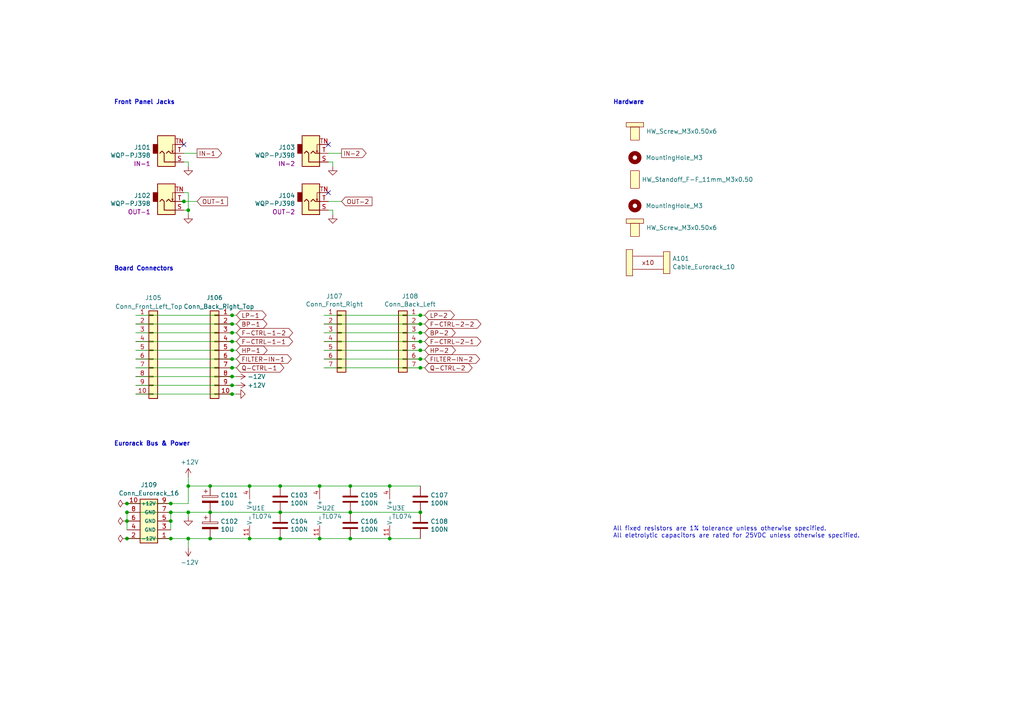
<source format=kicad_sch>
(kicad_sch (version 20230121) (generator eeschema)

  (uuid 9e00edb4-f0f4-46bc-a82d-075ebfd0d3ed)

  (paper "A4")

  (title_block
    (title "Eurorack Dual Filter Module - Connectors & Power")
    (date "2023-12-09")
    (rev "1.0")
    (company "Len Popp")
    (comment 1 "Copyright © 2023 Len Popp CC BY")
    (comment 2 "Eurorack dual filter module module - 10HP")
  )

  (lib_symbols
    (symbol "-lmp-holes:MountingHole_PCB_M3" (pin_names (offset 1.016)) (in_bom no) (on_board yes)
      (property "Reference" "H" (at 0 5.08 0)
        (effects (font (size 1.27 1.27)) hide)
      )
      (property "Value" "MountingHole_PCB_M3" (at 0 3.175 0)
        (effects (font (size 1.27 1.27)))
      )
      (property "Footprint" "-lmp-holes:MountingHole_PCB_3.2mm_M3" (at 0 0 0)
        (effects (font (size 1.27 1.27)) hide)
      )
      (property "Datasheet" "~" (at 0 0 0)
        (effects (font (size 1.27 1.27)) hide)
      )
      (property "ki_keywords" "mounting hole" (at 0 0 0)
        (effects (font (size 1.27 1.27)) hide)
      )
      (property "ki_description" "Mounting Hole without connection" (at 0 0 0)
        (effects (font (size 1.27 1.27)) hide)
      )
      (property "ki_fp_filters" "MountingHole*" (at 0 0 0)
        (effects (font (size 1.27 1.27)) hide)
      )
      (symbol "MountingHole_PCB_M3_0_1"
        (circle (center 0 0) (radius 1.27)
          (stroke (width 1.27) (type default))
          (fill (type none))
        )
      )
    )
    (symbol "-lmp-opamp:TL074" (pin_names (offset 0.127)) (in_bom yes) (on_board yes)
      (property "Reference" "U" (at 0 5.08 0)
        (effects (font (size 1.27 1.27)) (justify left))
      )
      (property "Value" "TL074" (at 0 -5.08 0)
        (effects (font (size 1.27 1.27)) (justify left))
      )
      (property "Footprint" "Package_DIP:DIP-14_W7.62mm" (at -1.27 2.54 0)
        (effects (font (size 1.27 1.27)) hide)
      )
      (property "Datasheet" "http://www.ti.com/lit/ds/symlink/tl071.pdf" (at 1.27 5.08 0)
        (effects (font (size 1.27 1.27)) hide)
      )
      (property "Manufacturer" "Texas Instruments" (at 0 0 0)
        (effects (font (size 1.27 1.27)) hide)
      )
      (property "ManufacturerPartNum" "TL074BCN" (at 0 0 0)
        (effects (font (size 1.27 1.27)) hide)
      )
      (property "Distributor" "Mouser" (at 0 0 0)
        (effects (font (size 1.27 1.27)) hide)
      )
      (property "DistributorPartNum" "595-TL074BCN" (at 0 0 0)
        (effects (font (size 1.27 1.27)) hide)
      )
      (property "DistributorPartLink" "https://www.mouser.ca/ProductDetail/?qs=vxEfx8VrU7BHurOY5iQdiA%3D%3D" (at 0 0 0)
        (effects (font (size 1.27 1.27)) hide)
      )
      (property "ki_locked" "" (at 0 0 0)
        (effects (font (size 1.27 1.27)))
      )
      (property "ki_keywords" "quad opamp" (at 0 0 0)
        (effects (font (size 1.27 1.27)) hide)
      )
      (property "ki_description" "Quad Low-Noise JFET-Input Operational Amplifiers, DIP-14/SOIC-14" (at 0 0 0)
        (effects (font (size 1.27 1.27)) hide)
      )
      (property "ki_fp_filters" "SOIC*3.9x8.7mm*P1.27mm* DIP*W7.62mm* TSSOP*4.4x5mm*P0.65mm* SSOP*5.3x6.2mm*P0.65mm* MSOP*3x3mm*P0.5mm*" (at 0 0 0)
        (effects (font (size 1.27 1.27)) hide)
      )
      (symbol "TL074_1_1"
        (polyline
          (pts
            (xy -5.08 5.08)
            (xy 5.08 0)
            (xy -5.08 -5.08)
            (xy -5.08 5.08)
          )
          (stroke (width 0.254) (type default))
          (fill (type background))
        )
        (pin output line (at 7.62 0 180) (length 2.54)
          (name "~" (effects (font (size 1.27 1.27))))
          (number "1" (effects (font (size 1.27 1.27))))
        )
        (pin input line (at -7.62 -2.54 0) (length 2.54)
          (name "-" (effects (font (size 1.27 1.27))))
          (number "2" (effects (font (size 1.27 1.27))))
        )
        (pin input line (at -7.62 2.54 0) (length 2.54)
          (name "+" (effects (font (size 1.27 1.27))))
          (number "3" (effects (font (size 1.27 1.27))))
        )
      )
      (symbol "TL074_2_1"
        (polyline
          (pts
            (xy -5.08 5.08)
            (xy 5.08 0)
            (xy -5.08 -5.08)
            (xy -5.08 5.08)
          )
          (stroke (width 0.254) (type default))
          (fill (type background))
        )
        (pin input line (at -7.62 2.54 0) (length 2.54)
          (name "+" (effects (font (size 1.27 1.27))))
          (number "5" (effects (font (size 1.27 1.27))))
        )
        (pin input line (at -7.62 -2.54 0) (length 2.54)
          (name "-" (effects (font (size 1.27 1.27))))
          (number "6" (effects (font (size 1.27 1.27))))
        )
        (pin output line (at 7.62 0 180) (length 2.54)
          (name "~" (effects (font (size 1.27 1.27))))
          (number "7" (effects (font (size 1.27 1.27))))
        )
      )
      (symbol "TL074_3_1"
        (polyline
          (pts
            (xy -5.08 5.08)
            (xy 5.08 0)
            (xy -5.08 -5.08)
            (xy -5.08 5.08)
          )
          (stroke (width 0.254) (type default))
          (fill (type background))
        )
        (pin input line (at -7.62 2.54 0) (length 2.54)
          (name "+" (effects (font (size 1.27 1.27))))
          (number "10" (effects (font (size 1.27 1.27))))
        )
        (pin output line (at 7.62 0 180) (length 2.54)
          (name "~" (effects (font (size 1.27 1.27))))
          (number "8" (effects (font (size 1.27 1.27))))
        )
        (pin input line (at -7.62 -2.54 0) (length 2.54)
          (name "-" (effects (font (size 1.27 1.27))))
          (number "9" (effects (font (size 1.27 1.27))))
        )
      )
      (symbol "TL074_4_1"
        (polyline
          (pts
            (xy -5.08 5.08)
            (xy 5.08 0)
            (xy -5.08 -5.08)
            (xy -5.08 5.08)
          )
          (stroke (width 0.254) (type default))
          (fill (type background))
        )
        (pin input line (at -7.62 2.54 0) (length 2.54)
          (name "+" (effects (font (size 1.27 1.27))))
          (number "12" (effects (font (size 1.27 1.27))))
        )
        (pin input line (at -7.62 -2.54 0) (length 2.54)
          (name "-" (effects (font (size 1.27 1.27))))
          (number "13" (effects (font (size 1.27 1.27))))
        )
        (pin output line (at 7.62 0 180) (length 2.54)
          (name "~" (effects (font (size 1.27 1.27))))
          (number "14" (effects (font (size 1.27 1.27))))
        )
      )
      (symbol "TL074_5_1"
        (pin power_in line (at -2.54 -7.62 90) (length 3.81)
          (name "V-" (effects (font (size 1.27 1.27))))
          (number "11" (effects (font (size 1.27 1.27))))
        )
        (pin power_in line (at -2.54 7.62 270) (length 3.81)
          (name "V+" (effects (font (size 1.27 1.27))))
          (number "4" (effects (font (size 1.27 1.27))))
        )
      )
    )
    (symbol "-lmp-power:+12V" (power) (pin_names (offset 0)) (in_bom yes) (on_board yes)
      (property "Reference" "#PWR" (at 0 -3.81 0)
        (effects (font (size 1.27 1.27)) hide)
      )
      (property "Value" "+12V" (at 0 3.556 0)
        (effects (font (size 1.27 1.27)))
      )
      (property "Footprint" "" (at 0 0 0)
        (effects (font (size 1.27 1.27)) hide)
      )
      (property "Datasheet" "" (at 0 0 0)
        (effects (font (size 1.27 1.27)) hide)
      )
      (property "ki_keywords" "power-flag" (at 0 0 0)
        (effects (font (size 1.27 1.27)) hide)
      )
      (property "ki_description" "Power symbol creates a global label with name \"+12V\"" (at 0 0 0)
        (effects (font (size 1.27 1.27)) hide)
      )
      (symbol "+12V_0_1"
        (polyline
          (pts
            (xy -0.762 1.27)
            (xy 0 2.54)
          )
          (stroke (width 0) (type default))
          (fill (type none))
        )
        (polyline
          (pts
            (xy 0 0)
            (xy 0 2.54)
          )
          (stroke (width 0) (type default))
          (fill (type none))
        )
        (polyline
          (pts
            (xy 0 2.54)
            (xy 0.762 1.27)
          )
          (stroke (width 0) (type default))
          (fill (type none))
        )
      )
      (symbol "+12V_1_1"
        (pin power_in line (at 0 0 90) (length 0) hide
          (name "+12V" (effects (font (size 1.27 1.27))))
          (number "1" (effects (font (size 1.27 1.27))))
        )
      )
    )
    (symbol "-lmp-power:-12V" (power) (pin_names (offset 0)) (in_bom yes) (on_board yes)
      (property "Reference" "#PWR" (at 0 3.81 0)
        (effects (font (size 1.27 1.27)) hide)
      )
      (property "Value" "-12V" (at 0 -3.556 0)
        (effects (font (size 1.27 1.27)))
      )
      (property "Footprint" "" (at 0 0 0)
        (effects (font (size 1.27 1.27)) hide)
      )
      (property "Datasheet" "" (at 0 0 0)
        (effects (font (size 1.27 1.27)) hide)
      )
      (property "ki_keywords" "power-flag" (at 0 0 0)
        (effects (font (size 1.27 1.27)) hide)
      )
      (property "ki_description" "Power symbol creates a global label with name \"-12V\"" (at 0 0 0)
        (effects (font (size 1.27 1.27)) hide)
      )
      (symbol "-12V_0_1"
        (polyline
          (pts
            (xy -0.762 -1.27)
            (xy 0 -2.54)
          )
          (stroke (width 0) (type default))
          (fill (type none))
        )
        (polyline
          (pts
            (xy 0 -2.54)
            (xy 0.762 -1.27)
          )
          (stroke (width 0) (type default))
          (fill (type none))
        )
        (polyline
          (pts
            (xy 0 0)
            (xy 0 -2.54)
          )
          (stroke (width 0) (type default))
          (fill (type none))
        )
      )
      (symbol "-12V_1_1"
        (pin power_in line (at 0 0 270) (length 0) hide
          (name "-12V" (effects (font (size 1.27 1.27))))
          (number "1" (effects (font (size 1.27 1.27))))
        )
      )
    )
    (symbol "-lmp-power:GND" (power) (pin_numbers hide) (pin_names (offset 0) hide) (in_bom yes) (on_board yes)
      (property "Reference" "#PWR" (at 0 -6.35 0)
        (effects (font (size 1.27 1.27)) hide)
      )
      (property "Value" "GND" (at 0 -3.81 0)
        (effects (font (size 1.27 1.27)) hide)
      )
      (property "Footprint" "" (at 0 0 0)
        (effects (font (size 1.27 1.27)) hide)
      )
      (property "Datasheet" "" (at 0 0 0)
        (effects (font (size 1.27 1.27)) hide)
      )
      (property "ki_keywords" "power-flag" (at 0 0 0)
        (effects (font (size 1.27 1.27)) hide)
      )
      (property "ki_description" "Power symbol creates a global label with name \"GND\" , ground" (at 0 0 0)
        (effects (font (size 1.27 1.27)) hide)
      )
      (symbol "GND_0_1"
        (polyline
          (pts
            (xy 0 0)
            (xy 0 -1.27)
            (xy 1.27 -1.27)
            (xy 0 -2.54)
            (xy -1.27 -1.27)
            (xy 0 -1.27)
          )
          (stroke (width 0) (type default))
          (fill (type none))
        )
      )
      (symbol "GND_1_1"
        (pin power_in line (at 0 0 270) (length 0) hide
          (name "GND" (effects (font (size 1.27 1.27))))
          (number "1" (effects (font (size 1.27 1.27))))
        )
      )
    )
    (symbol "-lmp-power:PWR_FLAG" (power) (pin_numbers hide) (pin_names (offset 0) hide) (in_bom yes) (on_board yes)
      (property "Reference" "#FLG" (at 0 1.905 0)
        (effects (font (size 1.27 1.27)) hide)
      )
      (property "Value" "PWR_FLAG" (at 0 3.81 0)
        (effects (font (size 1.27 1.27)))
      )
      (property "Footprint" "" (at 0 0 0)
        (effects (font (size 1.27 1.27)) hide)
      )
      (property "Datasheet" "~" (at 0 0 0)
        (effects (font (size 1.27 1.27)) hide)
      )
      (property "ki_keywords" "power-flag" (at 0 0 0)
        (effects (font (size 1.27 1.27)) hide)
      )
      (property "ki_description" "Special symbol for telling ERC where power comes from" (at 0 0 0)
        (effects (font (size 1.27 1.27)) hide)
      )
      (symbol "PWR_FLAG_0_0"
        (pin power_out line (at 0 0 90) (length 0)
          (name "pwr" (effects (font (size 1.27 1.27))))
          (number "1" (effects (font (size 1.27 1.27))))
        )
      )
      (symbol "PWR_FLAG_0_1"
        (polyline
          (pts
            (xy 0 0)
            (xy 0 1.27)
            (xy -1.016 1.905)
            (xy 0 2.54)
            (xy 1.016 1.905)
            (xy 0 1.27)
          )
          (stroke (width 0) (type default))
          (fill (type none))
        )
      )
    )
    (symbol "-lmp-synth:CP_10U" (pin_numbers hide) (pin_names (offset 0.254)) (in_bom yes) (on_board yes)
      (property "Reference" "C" (at 0.635 2.54 0)
        (effects (font (size 1.27 1.27)) (justify left))
      )
      (property "Value" "CP_10U" (at 0.635 -2.54 0)
        (effects (font (size 1.27 1.27)) (justify left))
      )
      (property "Footprint" "-lmp-misc:CP_Radial_D5.0mm_P2.50mm" (at 0.9652 -3.81 0)
        (effects (font (size 1.27 1.27)) hide)
      )
      (property "Datasheet" "https://www.mouser.ca/datasheet/2/315/ABA0000C1059-947582.pdf" (at 0 -3.81 0)
        (effects (font (size 1.27 1.27)) hide)
      )
      (property "Note" "12 V decoupling" (at 0.635 -6.35 0)
        (effects (font (size 1.27 1.27)) (justify left) hide)
      )
      (property "Manufacturer" "Panasonic" (at 0 -3.81 0)
        (effects (font (size 1.27 1.27)) hide)
      )
      (property "ManufacturerPartNum" "ECE-A1VKS100I" (at 0 -3.81 0)
        (effects (font (size 1.27 1.27)) hide)
      )
      (property "Distributor" "Mouser" (at 0 -3.81 0)
        (effects (font (size 1.27 1.27)) hide)
      )
      (property "DistributorPartNum" "667-ECE-A1VKS100I" (at 0 -3.81 0)
        (effects (font (size 1.27 1.27)) hide)
      )
      (property "DistributorPartLink" "https://www.mouser.ca/ProductDetail/667-ECE-A1VKS100I" (at 0 -3.81 0)
        (effects (font (size 1.27 1.27)) hide)
      )
      (property "Distributor2" "Thonk" (at 0 -3.81 0)
        (effects (font (size 1.27 1.27)) hide)
      )
      (property "DistributorPartNum2" "" (at 0 -3.81 0)
        (effects (font (size 1.27 1.27)) hide)
      )
      (property "DistributorPartLink2" "https://www.thonk.co.uk/shop/eurorack-diy-essentials/" (at 0 -3.81 0)
        (effects (font (size 1.27 1.27)) hide)
      )
      (property "ki_keywords" "cap capacitor electrolytic" (at 0 0 0)
        (effects (font (size 1.27 1.27)) hide)
      )
      (property "ki_description" "Capacitor - Electrolytic - 12 V decoupling" (at 0 0 0)
        (effects (font (size 1.27 1.27)) hide)
      )
      (property "ki_fp_filters" "CP_*" (at 0 0 0)
        (effects (font (size 1.27 1.27)) hide)
      )
      (symbol "CP_10U_0_1"
        (rectangle (start -2.286 0.508) (end 2.286 1.016)
          (stroke (width 0) (type default))
          (fill (type none))
        )
        (polyline
          (pts
            (xy -1.778 2.286)
            (xy -0.762 2.286)
          )
          (stroke (width 0) (type default))
          (fill (type none))
        )
        (polyline
          (pts
            (xy -1.27 2.794)
            (xy -1.27 1.778)
          )
          (stroke (width 0) (type default))
          (fill (type none))
        )
        (rectangle (start 2.286 -0.508) (end -2.286 -1.016)
          (stroke (width 0) (type default))
          (fill (type outline))
        )
      )
      (symbol "CP_10U_1_1"
        (pin passive line (at 0 3.81 270) (length 2.794)
          (name "~" (effects (font (size 1.27 1.27))))
          (number "1" (effects (font (size 1.27 1.27))))
        )
        (pin passive line (at 0 -3.81 90) (length 2.794)
          (name "~" (effects (font (size 1.27 1.27))))
          (number "2" (effects (font (size 1.27 1.27))))
        )
      )
    )
    (symbol "-lmp-synth:Cable_Eurorack_10" (in_bom yes) (on_board no)
      (property "Reference" "A" (at 0 8.255 0)
        (effects (font (size 1.27 1.27)))
      )
      (property "Value" "Cable_Eurorack_10" (at 0 5.715 0)
        (effects (font (size 1.27 1.27)))
      )
      (property "Footprint" "-lmp-misc:NoFootprint" (at 0.635 -5.08 0)
        (effects (font (size 1.27 1.27)) hide)
      )
      (property "Datasheet" "" (at 0 8.255 0)
        (effects (font (size 1.27 1.27)) hide)
      )
      (property "Note" "Length as required" (at 0 -2.54 0)
        (effects (font (size 1.27 1.27)) hide)
      )
      (property "Distributor" "Thonk" (at 0 -5.08 0)
        (effects (font (size 1.27 1.27)) hide)
      )
      (property "DistributorPartLink" "https://www.thonk.co.uk/shop/eurorack-power-cables/" (at 0 -5.08 0)
        (effects (font (size 1.27 1.27)) hide)
      )
      (property "Distributor2" "SynthCube" (at 0 -5.08 0)
        (effects (font (size 1.27 1.27)) hide)
      )
      (property "DistributorPartLink2" "https://synthcube.com/cart/eurorack-ribbon-power-cables" (at 0 -5.08 0)
        (effects (font (size 1.27 1.27)) hide)
      )
      (property "Distributor3" "Modular Addict" (at 0 -5.08 0)
        (effects (font (size 1.27 1.27)) hide)
      )
      (property "DistributorPartLink3" "https://modularaddict.com/parts/eurorack-power-cables-1" (at 0 -5.08 0)
        (effects (font (size 1.27 1.27)) hide)
      )
      (property "ki_keywords" "Eurorack 10 power cable" (at 0 0 0)
        (effects (font (size 1.27 1.27)) hide)
      )
      (property "ki_description" "Eurorack 16-10 pin power cable" (at 0 0 0)
        (effects (font (size 1.27 1.27)) hide)
      )
      (symbol "Cable_Eurorack_10_0_0"
        (text "x10" (at 0 0 0)
          (effects (font (size 1.27 1.27)))
        )
      )
      (symbol "Cable_Eurorack_10_0_1"
        (rectangle (start -6.35 3.81) (end -4.445 -3.81)
          (stroke (width 0.1524) (type default))
          (fill (type background))
        )
        (polyline
          (pts
            (xy -4.445 -1.905)
            (xy 4.445 -1.905)
          )
          (stroke (width 0.1524) (type default))
          (fill (type none))
        )
        (polyline
          (pts
            (xy -4.445 1.905)
            (xy 4.445 1.905)
          )
          (stroke (width 0.1524) (type default))
          (fill (type none))
        )
        (rectangle (start 4.445 3.175) (end 6.35 -3.175)
          (stroke (width 0.1524) (type default))
          (fill (type background))
        )
      )
    )
    (symbol "-lmp-synth:Conn_Eurorack_Pwr_10" (in_bom yes) (on_board yes)
      (property "Reference" "J" (at 1.27 7.62 0)
        (effects (font (size 1.27 1.27)))
      )
      (property "Value" "Conn_Eurorack_Pwr_10" (at 1.27 -7.62 0)
        (effects (font (size 1.27 1.27)))
      )
      (property "Footprint" "-lmp-synth:IDC-Header-Eurorack-10-TH" (at 2.54 -9.144 0)
        (effects (font (size 1.27 1.27)) hide)
      )
      (property "Datasheet" "https://www.mouser.ca/datasheet/2/445/61201021621-1717731.pdf" (at 2.54 0 0)
        (effects (font (size 1.27 1.27)) hide)
      )
      (property "Manufacturer" "Wurth Elektronik" (at 1.524 -9.398 0)
        (effects (font (size 1.27 1.27)) hide)
      )
      (property "ManufacturerPartNum" "61201021621" (at 1.524 -9.398 0)
        (effects (font (size 1.27 1.27)) hide)
      )
      (property "Distributor" "Mouser" (at 1.524 -9.144 0)
        (effects (font (size 1.27 1.27)) hide)
      )
      (property "DistributorPartNum" "710-61201021621" (at 1.524 -9.398 0)
        (effects (font (size 1.27 1.27)) hide)
      )
      (property "DistributorPartLink" "https://www.mouser.ca/ProductDetail/Wurth-Elektronik/61201021621?qs=%2Fha2pyFadugkhyfdWLPRIwz9kroMfF%252BXZWEETFcVSqiQRaqHzEC2RQ%3D%3D" (at 1.524 -9.398 0)
        (effects (font (size 1.27 1.27)) hide)
      )
      (property "Distributor2" "Thonk" (at 0 0 0)
        (effects (font (size 1.27 1.27)) hide)
      )
      (property "DistributorPartNum2" "" (at 0 0 0)
        (effects (font (size 1.27 1.27)) hide)
      )
      (property "DistributorPartLink2" "https://www.thonk.co.uk/shop/eurorack-diy-essentials/" (at 0 0 0)
        (effects (font (size 1.27 1.27)) hide)
      )
      (property "ki_keywords" "connector Eurorack" (at 0 0 0)
        (effects (font (size 1.27 1.27)) hide)
      )
      (property "ki_description" "Eurorack 10-pin board power connector" (at 0 0 0)
        (effects (font (size 1.27 1.27)) hide)
      )
      (property "ki_fp_filters" "Connector*:*_2x??_*" (at 0 0 0)
        (effects (font (size 1.27 1.27)) hide)
      )
      (symbol "Conn_Eurorack_Pwr_10_1_1"
        (rectangle (start 3.81 -6.35) (end -1.27 6.35)
          (stroke (width 0.254) (type default))
          (fill (type background))
        )
        (pin power_in line (at 7.62 -5.08 180) (length 3.81)
          (name "-12V" (effects (font (size 1.016 1.016))))
          (number "1" (effects (font (size 1.27 1.27))))
        )
        (pin power_in line (at -5.08 5.08 0) (length 3.81)
          (name "~" (effects (font (size 1.27 1.27))))
          (number "10" (effects (font (size 1.27 1.27))))
        )
        (pin power_in line (at -5.08 -5.08 0) (length 3.81)
          (name "~" (effects (font (size 1.016 1.016))))
          (number "2" (effects (font (size 1.27 1.27))))
        )
        (pin power_in line (at 7.62 -2.54 180) (length 3.81)
          (name "GND" (effects (font (size 1.016 1.016))))
          (number "3" (effects (font (size 1.27 1.27))))
        )
        (pin power_in line (at -5.08 -2.54 0) (length 3.81)
          (name "~" (effects (font (size 1.27 1.27))))
          (number "4" (effects (font (size 1.27 1.27))))
        )
        (pin power_in line (at 7.62 0 180) (length 3.81)
          (name "GND" (effects (font (size 1.016 1.016))))
          (number "5" (effects (font (size 1.27 1.27))))
        )
        (pin power_in line (at -5.08 0 0) (length 3.81)
          (name "~" (effects (font (size 1.27 1.27))))
          (number "6" (effects (font (size 1.27 1.27))))
        )
        (pin power_in line (at 7.62 2.54 180) (length 3.81)
          (name "GND" (effects (font (size 1.016 1.016))))
          (number "7" (effects (font (size 1.27 1.27))))
        )
        (pin power_in line (at -5.08 2.54 0) (length 3.81)
          (name "~" (effects (font (size 1.27 1.27))))
          (number "8" (effects (font (size 1.27 1.27))))
        )
        (pin power_in line (at 7.62 5.08 180) (length 3.81)
          (name "+12V" (effects (font (size 1.016 1.016))))
          (number "9" (effects (font (size 1.27 1.27))))
        )
      )
    )
    (symbol "-lmp-synth:HW_Screw_M3x0.50x6" (pin_names (offset 1.016)) (in_bom yes) (on_board no)
      (property "Reference" "H" (at 0 0 0)
        (effects (font (size 1.27 1.27)) hide)
      )
      (property "Value" "HW_Screw_M3x0.50x6" (at 0 -5.08 0)
        (effects (font (size 1.27 1.27)))
      )
      (property "Footprint" "" (at 0 0 0)
        (effects (font (size 1.27 1.27)) hide)
      )
      (property "Datasheet" "~" (at 0 0 0)
        (effects (font (size 1.27 1.27)) hide)
      )
      (property "ki_keywords" "screw M3" (at 0 0 0)
        (effects (font (size 1.27 1.27)) hide)
      )
      (property "ki_description" "Machine screw, M3x0.50x6" (at 0 0 0)
        (effects (font (size 1.27 1.27)) hide)
      )
      (symbol "HW_Screw_M3x0.50x6_0_1"
        (rectangle (start -2.54 1.27) (end 2.54 2.54)
          (stroke (width 0) (type default))
          (fill (type background))
        )
        (rectangle (start -1.27 1.27) (end 1.27 -2.54)
          (stroke (width 0) (type default))
          (fill (type background))
        )
      )
    )
    (symbol "-lmp-synth:Jack_WQP-PJ398" (in_bom yes) (on_board yes)
      (property "Reference" "J" (at 0 10.033 0)
        (effects (font (size 1.27 1.27)))
      )
      (property "Value" "Jack_WQP-PJ398" (at 0 7.62 0)
        (effects (font (size 1.27 1.27)))
      )
      (property "Footprint" "-lmp-synth:Jack_3.5mm_QingPu_WQP-PJ398SM_Vertical" (at 0 0 0)
        (effects (font (size 1.27 1.27)) hide)
      )
      (property "Datasheet" "http://www.qingpu-electronics.com/en/products/WQP-PJ398SM-362.html" (at 0 0 0)
        (effects (font (size 1.27 1.27)) hide)
      )
      (property "Label" "[label]" (at 0 5.207 0)
        (effects (font (size 1.27 1.27)))
      )
      (property "Manufacturer" "QingPu / Thonk" (at 0 0 0)
        (effects (font (size 1.27 1.27)) hide)
      )
      (property "ManufacturerPartNum" "PJ398SM / WQP518MA" (at 0 0 0)
        (effects (font (size 1.27 1.27)) hide)
      )
      (property "Distributor" "Thonk" (at 0 0 0)
        (effects (font (size 1.27 1.27)) hide)
      )
      (property "DistributorPartNum" "PJ398SM" (at 0 0 0)
        (effects (font (size 1.27 1.27)) hide)
      )
      (property "DistributorPartLink" "https://www.thonk.co.uk/shop/thonkiconn/" (at 0 0 0)
        (effects (font (size 1.27 1.27)) hide)
      )
      (property "Distributor2" "SynthCube" (at 0 0 0)
        (effects (font (size 1.27 1.27)) hide)
      )
      (property "DistributorPartNum2" "WQP518MA" (at 0 0 0)
        (effects (font (size 1.27 1.27)) hide)
      )
      (property "DistributorPartLink2" "https://synthcube.com/cart/3-5mm-euro-jacks" (at 0 0 0)
        (effects (font (size 1.27 1.27)) hide)
      )
      (property "Distributor3" "Adafruit" (at 0 0 0)
        (effects (font (size 1.27 1.27)) hide)
      )
      (property "DistributorPartNum3" "4031" (at 0 0 0)
        (effects (font (size 1.27 1.27)) hide)
      )
      (property "DistributorPartLink3" "https://www.adafruit.com/product/4031" (at 0 0 0)
        (effects (font (size 1.27 1.27)) hide)
      )
      (property "ki_keywords" "audio jack receptacle mono headphones phone TS connector QingPu Thonkiconn" (at 0 0 0)
        (effects (font (size 1.27 1.27)) hide)
      )
      (property "ki_description" "Audio Jack, 2 Poles (Mono / TS), Switched T Pole (Normalling), QingPu / Thonkiconn" (at 0 0 0)
        (effects (font (size 1.27 1.27)) hide)
      )
      (property "ki_fp_filters" "Jack*" (at 0 0 0)
        (effects (font (size 1.27 1.27)) hide)
      )
      (symbol "Jack_WQP-PJ398_0_1"
        (rectangle (start -2.54 0) (end -3.81 -2.54)
          (stroke (width 0.254) (type default))
          (fill (type outline))
        )
        (polyline
          (pts
            (xy 1.778 -0.254)
            (xy 2.032 -0.762)
          )
          (stroke (width 0) (type default))
          (fill (type none))
        )
        (polyline
          (pts
            (xy 0 0)
            (xy 0.635 -0.635)
            (xy 1.27 0)
            (xy 2.54 0)
          )
          (stroke (width 0.254) (type default))
          (fill (type none))
        )
        (polyline
          (pts
            (xy 2.54 -2.54)
            (xy 1.778 -2.54)
            (xy 1.778 -0.254)
            (xy 1.524 -0.762)
          )
          (stroke (width 0) (type default))
          (fill (type none))
        )
        (polyline
          (pts
            (xy 2.54 2.54)
            (xy -0.635 2.54)
            (xy -0.635 0)
            (xy -1.27 -0.635)
            (xy -1.905 0)
          )
          (stroke (width 0.254) (type default))
          (fill (type none))
        )
        (rectangle (start 2.54 3.81) (end -2.54 -5.08)
          (stroke (width 0.254) (type default))
          (fill (type background))
        )
      )
      (symbol "Jack_WQP-PJ398_1_1"
        (pin passive line (at 5.08 2.54 180) (length 2.54)
          (name "~" (effects (font (size 1.27 1.27))))
          (number "S" (effects (font (size 1.27 1.27))))
        )
        (pin passive line (at 5.08 0 180) (length 2.54)
          (name "~" (effects (font (size 1.27 1.27))))
          (number "T" (effects (font (size 1.27 1.27))))
        )
        (pin passive line (at 5.08 -2.54 180) (length 2.54)
          (name "~" (effects (font (size 1.27 1.27))))
          (number "TN" (effects (font (size 1.27 1.27))))
        )
      )
    )
    (symbol "-lmp:CC_100N" (pin_numbers hide) (pin_names (offset 0.254)) (in_bom yes) (on_board yes)
      (property "Reference" "C" (at 0.635 2.54 0)
        (effects (font (size 1.27 1.27)) (justify left))
      )
      (property "Value" "CC_100N" (at 0.635 -2.54 0)
        (effects (font (size 1.27 1.27)) (justify left))
      )
      (property "Footprint" "-lmp-misc:C_Disc_D5.0mm_W2.5mm_P2.50mm" (at 0.9652 -3.81 0)
        (effects (font (size 1.27 1.27)) hide)
      )
      (property "Datasheet" "https://product.tdk.com/system/files/dam/doc/product/capacitor/ceramic/lead-mlcc/catalog/leadmlcc_halogenfree_fg_en.pdf" (at -0.635 -3.81 0)
        (effects (font (size 1.27 1.27)) hide)
      )
      (property "Note" "IC decoupling" (at 0.635 -5.08 0)
        (effects (font (size 1.27 1.27)) (justify left) hide)
      )
      (property "Manufacturer" "TDK" (at 0 0 0)
        (effects (font (size 1.27 1.27)) hide)
      )
      (property "ManufacturerPartNum" "FG18X7R1H104KNT06" (at 0 0 0)
        (effects (font (size 1.27 1.27)) hide)
      )
      (property "Distributor" "Mouser" (at 0 0 0)
        (effects (font (size 1.27 1.27)) hide)
      )
      (property "DistributorPartNum" "810-FG18X7R1H104KNT6" (at 0 0 0)
        (effects (font (size 1.27 1.27)) hide)
      )
      (property "DistributorPartLink" "https://www.mouser.ca/ProductDetail/810-FG18X7R1H104KNT6" (at 0 0 0)
        (effects (font (size 1.27 1.27)) hide)
      )
      (property "ki_keywords" "cap capacitor ceramic" (at 0 0 0)
        (effects (font (size 1.27 1.27)) hide)
      )
      (property "ki_description" "Capacitor - Ceramic - IC decoupling" (at 0 0 0)
        (effects (font (size 1.27 1.27)) hide)
      )
      (property "ki_fp_filters" "C_*" (at 0 0 0)
        (effects (font (size 1.27 1.27)) hide)
      )
      (symbol "CC_100N_0_1"
        (polyline
          (pts
            (xy -2.032 -0.762)
            (xy 2.032 -0.762)
          )
          (stroke (width 0.508) (type default))
          (fill (type none))
        )
        (polyline
          (pts
            (xy -2.032 0.762)
            (xy 2.032 0.762)
          )
          (stroke (width 0.508) (type default))
          (fill (type none))
        )
      )
      (symbol "CC_100N_1_1"
        (pin passive line (at 0 3.81 270) (length 2.794)
          (name "~" (effects (font (size 1.27 1.27))))
          (number "1" (effects (font (size 1.27 1.27))))
        )
        (pin passive line (at 0 -3.81 90) (length 2.794)
          (name "~" (effects (font (size 1.27 1.27))))
          (number "2" (effects (font (size 1.27 1.27))))
        )
      )
    )
    (symbol "Connector_Generic:Conn_01x07" (pin_names (offset 1.016) hide) (in_bom yes) (on_board yes)
      (property "Reference" "J" (at 0 10.16 0)
        (effects (font (size 1.27 1.27)))
      )
      (property "Value" "Conn_01x07" (at 0 -10.16 0)
        (effects (font (size 1.27 1.27)))
      )
      (property "Footprint" "" (at 0 0 0)
        (effects (font (size 1.27 1.27)) hide)
      )
      (property "Datasheet" "~" (at 0 0 0)
        (effects (font (size 1.27 1.27)) hide)
      )
      (property "ki_keywords" "connector" (at 0 0 0)
        (effects (font (size 1.27 1.27)) hide)
      )
      (property "ki_description" "Generic connector, single row, 01x07, script generated (kicad-library-utils/schlib/autogen/connector/)" (at 0 0 0)
        (effects (font (size 1.27 1.27)) hide)
      )
      (property "ki_fp_filters" "Connector*:*_1x??_*" (at 0 0 0)
        (effects (font (size 1.27 1.27)) hide)
      )
      (symbol "Conn_01x07_1_1"
        (rectangle (start -1.27 -7.493) (end 0 -7.747)
          (stroke (width 0.1524) (type default))
          (fill (type none))
        )
        (rectangle (start -1.27 -4.953) (end 0 -5.207)
          (stroke (width 0.1524) (type default))
          (fill (type none))
        )
        (rectangle (start -1.27 -2.413) (end 0 -2.667)
          (stroke (width 0.1524) (type default))
          (fill (type none))
        )
        (rectangle (start -1.27 0.127) (end 0 -0.127)
          (stroke (width 0.1524) (type default))
          (fill (type none))
        )
        (rectangle (start -1.27 2.667) (end 0 2.413)
          (stroke (width 0.1524) (type default))
          (fill (type none))
        )
        (rectangle (start -1.27 5.207) (end 0 4.953)
          (stroke (width 0.1524) (type default))
          (fill (type none))
        )
        (rectangle (start -1.27 7.747) (end 0 7.493)
          (stroke (width 0.1524) (type default))
          (fill (type none))
        )
        (rectangle (start -1.27 8.89) (end 1.27 -8.89)
          (stroke (width 0.254) (type default))
          (fill (type background))
        )
        (pin passive line (at -5.08 7.62 0) (length 3.81)
          (name "Pin_1" (effects (font (size 1.27 1.27))))
          (number "1" (effects (font (size 1.27 1.27))))
        )
        (pin passive line (at -5.08 5.08 0) (length 3.81)
          (name "Pin_2" (effects (font (size 1.27 1.27))))
          (number "2" (effects (font (size 1.27 1.27))))
        )
        (pin passive line (at -5.08 2.54 0) (length 3.81)
          (name "Pin_3" (effects (font (size 1.27 1.27))))
          (number "3" (effects (font (size 1.27 1.27))))
        )
        (pin passive line (at -5.08 0 0) (length 3.81)
          (name "Pin_4" (effects (font (size 1.27 1.27))))
          (number "4" (effects (font (size 1.27 1.27))))
        )
        (pin passive line (at -5.08 -2.54 0) (length 3.81)
          (name "Pin_5" (effects (font (size 1.27 1.27))))
          (number "5" (effects (font (size 1.27 1.27))))
        )
        (pin passive line (at -5.08 -5.08 0) (length 3.81)
          (name "Pin_6" (effects (font (size 1.27 1.27))))
          (number "6" (effects (font (size 1.27 1.27))))
        )
        (pin passive line (at -5.08 -7.62 0) (length 3.81)
          (name "Pin_7" (effects (font (size 1.27 1.27))))
          (number "7" (effects (font (size 1.27 1.27))))
        )
      )
    )
    (symbol "Connector_Generic:Conn_01x10" (pin_names (offset 1.016) hide) (in_bom yes) (on_board yes)
      (property "Reference" "J" (at 0 12.7 0)
        (effects (font (size 1.27 1.27)))
      )
      (property "Value" "Conn_01x10" (at 0 -15.24 0)
        (effects (font (size 1.27 1.27)))
      )
      (property "Footprint" "" (at 0 0 0)
        (effects (font (size 1.27 1.27)) hide)
      )
      (property "Datasheet" "~" (at 0 0 0)
        (effects (font (size 1.27 1.27)) hide)
      )
      (property "ki_keywords" "connector" (at 0 0 0)
        (effects (font (size 1.27 1.27)) hide)
      )
      (property "ki_description" "Generic connector, single row, 01x10, script generated (kicad-library-utils/schlib/autogen/connector/)" (at 0 0 0)
        (effects (font (size 1.27 1.27)) hide)
      )
      (property "ki_fp_filters" "Connector*:*_1x??_*" (at 0 0 0)
        (effects (font (size 1.27 1.27)) hide)
      )
      (symbol "Conn_01x10_1_1"
        (rectangle (start -1.27 -12.573) (end 0 -12.827)
          (stroke (width 0.1524) (type default))
          (fill (type none))
        )
        (rectangle (start -1.27 -10.033) (end 0 -10.287)
          (stroke (width 0.1524) (type default))
          (fill (type none))
        )
        (rectangle (start -1.27 -7.493) (end 0 -7.747)
          (stroke (width 0.1524) (type default))
          (fill (type none))
        )
        (rectangle (start -1.27 -4.953) (end 0 -5.207)
          (stroke (width 0.1524) (type default))
          (fill (type none))
        )
        (rectangle (start -1.27 -2.413) (end 0 -2.667)
          (stroke (width 0.1524) (type default))
          (fill (type none))
        )
        (rectangle (start -1.27 0.127) (end 0 -0.127)
          (stroke (width 0.1524) (type default))
          (fill (type none))
        )
        (rectangle (start -1.27 2.667) (end 0 2.413)
          (stroke (width 0.1524) (type default))
          (fill (type none))
        )
        (rectangle (start -1.27 5.207) (end 0 4.953)
          (stroke (width 0.1524) (type default))
          (fill (type none))
        )
        (rectangle (start -1.27 7.747) (end 0 7.493)
          (stroke (width 0.1524) (type default))
          (fill (type none))
        )
        (rectangle (start -1.27 10.287) (end 0 10.033)
          (stroke (width 0.1524) (type default))
          (fill (type none))
        )
        (rectangle (start -1.27 11.43) (end 1.27 -13.97)
          (stroke (width 0.254) (type default))
          (fill (type background))
        )
        (pin passive line (at -5.08 10.16 0) (length 3.81)
          (name "Pin_1" (effects (font (size 1.27 1.27))))
          (number "1" (effects (font (size 1.27 1.27))))
        )
        (pin passive line (at -5.08 -12.7 0) (length 3.81)
          (name "Pin_10" (effects (font (size 1.27 1.27))))
          (number "10" (effects (font (size 1.27 1.27))))
        )
        (pin passive line (at -5.08 7.62 0) (length 3.81)
          (name "Pin_2" (effects (font (size 1.27 1.27))))
          (number "2" (effects (font (size 1.27 1.27))))
        )
        (pin passive line (at -5.08 5.08 0) (length 3.81)
          (name "Pin_3" (effects (font (size 1.27 1.27))))
          (number "3" (effects (font (size 1.27 1.27))))
        )
        (pin passive line (at -5.08 2.54 0) (length 3.81)
          (name "Pin_4" (effects (font (size 1.27 1.27))))
          (number "4" (effects (font (size 1.27 1.27))))
        )
        (pin passive line (at -5.08 0 0) (length 3.81)
          (name "Pin_5" (effects (font (size 1.27 1.27))))
          (number "5" (effects (font (size 1.27 1.27))))
        )
        (pin passive line (at -5.08 -2.54 0) (length 3.81)
          (name "Pin_6" (effects (font (size 1.27 1.27))))
          (number "6" (effects (font (size 1.27 1.27))))
        )
        (pin passive line (at -5.08 -5.08 0) (length 3.81)
          (name "Pin_7" (effects (font (size 1.27 1.27))))
          (number "7" (effects (font (size 1.27 1.27))))
        )
        (pin passive line (at -5.08 -7.62 0) (length 3.81)
          (name "Pin_8" (effects (font (size 1.27 1.27))))
          (number "8" (effects (font (size 1.27 1.27))))
        )
        (pin passive line (at -5.08 -10.16 0) (length 3.81)
          (name "Pin_9" (effects (font (size 1.27 1.27))))
          (number "9" (effects (font (size 1.27 1.27))))
        )
      )
    )
    (symbol "HW_Standoff_F-F_11mm_M3x0.50_1" (pin_names (offset 1.016)) (in_bom yes) (on_board no)
      (property "Reference" "H" (at 0 3.81 0)
        (effects (font (size 1.27 1.27)) hide)
      )
      (property "Value" "HW_Standoff_F-F_11mm_M3x0.50_1" (at 0 -3.81 0)
        (effects (font (size 1.27 1.27)))
      )
      (property "Footprint" "" (at 0 -3.81 0)
        (effects (font (size 1.27 1.27)) hide)
      )
      (property "Datasheet" "https://www.thonk.co.uk/wp-content/uploads/2018/05/standoff-datasheet.pdf" (at 0 0 0)
        (effects (font (size 1.27 1.27)) hide)
      )
      (property "Distributor" "Thonk" (at 0 0 0)
        (effects (font (size 1.27 1.27)) hide)
      )
      (property "DistributorPartNum" "Mech_11mm_Standoff_(x10)" (at 0 0 0)
        (effects (font (size 1.27 1.27)) hide)
      )
      (property "DistributorPartLink" "https://www.thonk.co.uk/shop/standoffs/" (at 0 0 0)
        (effects (font (size 1.27 1.27)) hide)
      )
      (property "Manufacturer" "Ettinger" (at 0 0 0)
        (effects (font (size 1.27 1.27)) hide)
      )
      (property "ManufacturerPartNum" "05.03.111" (at 0 0 0)
        (effects (font (size 1.27 1.27)) hide)
      )
      (property "Distributor2" "Mouser" (at 0 0 0)
        (effects (font (size 1.27 1.27)) hide)
      )
      (property "DistributorPartNum2" "710-970110321" (at 0 0 0)
        (effects (font (size 1.27 1.27)) hide)
      )
      (property "DistributorPartLink2" "https://www.mouser.ca/ProductDetail/Wurth-Elektronik/970110321?qs=wr8lucFkNMUs0IWSCWTB3w%3D%3D" (at 0 0 0)
        (effects (font (size 1.27 1.27)) hide)
      )
      (property "Distributor3" "Mouser" (at 0 0 0)
        (effects (font (size 1.27 1.27)) hide)
      )
      (property "DistributorPartNum3" "144-MTS-11" (at 0 0 0)
        (effects (font (size 1.27 1.27)) hide)
      )
      (property "DistributorPartLink3" "https://www.mouser.ca/ProductDetail/144-MTS-11" (at 0 0 0)
        (effects (font (size 1.27 1.27)) hide)
      )
      (property "ki_keywords" "standoff M3 female" (at 0 0 0)
        (effects (font (size 1.27 1.27)) hide)
      )
      (property "ki_description" "Standoff, 11mm, female-female, M3x0.50" (at 0 0 0)
        (effects (font (size 1.27 1.27)) hide)
      )
      (symbol "HW_Standoff_F-F_11mm_M3x0.50_1_0_1"
        (rectangle (start -1.27 2.54) (end 1.27 -2.54)
          (stroke (width 0) (type default))
          (fill (type background))
        )
      )
    )
  )

  (junction (at 121.92 101.6) (diameter 0) (color 0 0 0 0)
    (uuid 0231e121-919a-41ff-8645-3efa1b7a4ba5)
  )
  (junction (at 54.61 60.96) (diameter 0) (color 0 0 0 0)
    (uuid 0422923d-7774-49cd-9fbd-3655f637d9c4)
  )
  (junction (at 92.71 140.97) (diameter 0) (color 0 0 0 0)
    (uuid 0562c60a-3313-4847-a226-d18933a3daa2)
  )
  (junction (at 121.92 91.44) (diameter 0) (color 0 0 0 0)
    (uuid 05ccbfe1-ec65-4a2d-9fbc-1cf8b720e99a)
  )
  (junction (at 67.31 91.44) (diameter 0) (color 0 0 0 0)
    (uuid 0a321f5a-ba9e-4f33-a2c4-87a8f1308d9b)
  )
  (junction (at 67.31 104.14) (diameter 0) (color 0 0 0 0)
    (uuid 0b49c095-fae2-4f87-8760-95772460f2c3)
  )
  (junction (at 53.34 58.42) (diameter 0) (color 0 0 0 0)
    (uuid 1177b629-2311-470a-a57a-c289cc974676)
  )
  (junction (at 67.31 99.06) (diameter 0) (color 0 0 0 0)
    (uuid 157c3a83-1102-4e92-acb4-f44b442f80f2)
  )
  (junction (at 67.31 101.6) (diameter 0) (color 0 0 0 0)
    (uuid 166b8229-51d9-467f-9106-59b58bb3d1e4)
  )
  (junction (at 60.96 140.97) (diameter 0) (color 0 0 0 0)
    (uuid 22ebd635-5838-472e-8b50-03affaba3376)
  )
  (junction (at 121.92 99.06) (diameter 0) (color 0 0 0 0)
    (uuid 263f412d-c643-4c9f-89cb-4ac84118004f)
  )
  (junction (at 121.92 96.52) (diameter 0) (color 0 0 0 0)
    (uuid 26b46edd-2366-4f14-b663-0ae9e804f70c)
  )
  (junction (at 67.31 109.22) (diameter 0) (color 0 0 0 0)
    (uuid 39b6e158-1fe7-4f9c-84c5-32fd0b85ae1d)
  )
  (junction (at 67.31 111.76) (diameter 0) (color 0 0 0 0)
    (uuid 3e4b4d52-ec1d-4c6c-8348-5ce6174b6e25)
  )
  (junction (at 36.83 151.13) (diameter 0) (color 0 0 0 0)
    (uuid 47472735-41ec-4096-96fb-ce611f148c4c)
  )
  (junction (at 121.92 104.14) (diameter 0) (color 0 0 0 0)
    (uuid 4d134c88-9b96-4749-aa86-6fac0b582db0)
  )
  (junction (at 72.39 140.97) (diameter 0) (color 0 0 0 0)
    (uuid 4f63beda-d6ec-4b6a-bb6e-c3b364c216d9)
  )
  (junction (at 49.53 151.13) (diameter 0) (color 0 0 0 0)
    (uuid 4fffb586-b915-45cc-a9a2-02cc516bb571)
  )
  (junction (at 49.53 146.05) (diameter 0) (color 0 0 0 0)
    (uuid 518a4131-64e9-4ba1-a442-4691a53e2b81)
  )
  (junction (at 72.39 156.21) (diameter 0) (color 0 0 0 0)
    (uuid 5dbd88ad-b5fa-412c-b450-dae4d322ee95)
  )
  (junction (at 49.53 148.59) (diameter 0) (color 0 0 0 0)
    (uuid 5f5a1385-75d4-4463-bc21-a6137b8c26df)
  )
  (junction (at 36.83 148.59) (diameter 0) (color 0 0 0 0)
    (uuid 6a7b2059-d977-4612-95c2-3fe01e6e1434)
  )
  (junction (at 67.31 114.3) (diameter 0) (color 0 0 0 0)
    (uuid 6a9ed97a-c0dd-4b0d-a8fa-bf17c4647bbb)
  )
  (junction (at 60.96 156.21) (diameter 0) (color 0 0 0 0)
    (uuid 711f8627-5a3c-4396-84c3-6cf951de66c5)
  )
  (junction (at 36.83 156.21) (diameter 0) (color 0 0 0 0)
    (uuid 75c56b73-e91e-4c3e-8fb7-792f0cb19b7b)
  )
  (junction (at 54.61 148.59) (diameter 0) (color 0 0 0 0)
    (uuid 77b08f8f-0764-4619-ae58-4700c5781fa2)
  )
  (junction (at 67.31 106.68) (diameter 0) (color 0 0 0 0)
    (uuid 7a3c1dc2-8b9a-48bc-9263-93d8236d0528)
  )
  (junction (at 101.6 148.59) (diameter 0) (color 0 0 0 0)
    (uuid 7d736581-d8c0-4f27-9944-542c770b375b)
  )
  (junction (at 81.28 140.97) (diameter 0) (color 0 0 0 0)
    (uuid 8290d1e0-103a-4823-8053-5401cc16ecda)
  )
  (junction (at 121.92 106.68) (diameter 0) (color 0 0 0 0)
    (uuid 8684c04c-b4a6-46f0-aa30-e0079a8abc0d)
  )
  (junction (at 49.53 156.21) (diameter 0) (color 0 0 0 0)
    (uuid 9273aad3-d4fd-4f46-88b0-3a63b54fdc41)
  )
  (junction (at 36.83 146.05) (diameter 0) (color 0 0 0 0)
    (uuid 97c3e317-415d-4b4f-8101-e9340ae149a3)
  )
  (junction (at 121.92 93.98) (diameter 0) (color 0 0 0 0)
    (uuid 97e6623b-1304-4ca4-b12e-0756876c2f21)
  )
  (junction (at 81.28 148.59) (diameter 0) (color 0 0 0 0)
    (uuid a631a287-dbe8-4491-9924-f1eeb226bfe0)
  )
  (junction (at 113.03 156.21) (diameter 0) (color 0 0 0 0)
    (uuid ac861029-ea54-4ef3-b919-b87e645bb1a3)
  )
  (junction (at 121.92 148.59) (diameter 0) (color 0 0 0 0)
    (uuid b717724c-ed02-4535-9d21-d3da277244dc)
  )
  (junction (at 67.31 93.98) (diameter 0) (color 0 0 0 0)
    (uuid c3926dea-6702-43af-afb2-dbd8b56bf19d)
  )
  (junction (at 54.61 140.97) (diameter 0) (color 0 0 0 0)
    (uuid ca51fbb9-a837-4f97-892a-477f8b6ae176)
  )
  (junction (at 54.61 156.21) (diameter 0) (color 0 0 0 0)
    (uuid cf646d51-a95b-4acb-92eb-03438484ca3f)
  )
  (junction (at 60.96 148.59) (diameter 0) (color 0 0 0 0)
    (uuid d77aae80-2ebb-449c-8753-33e439daa878)
  )
  (junction (at 113.03 140.97) (diameter 0) (color 0 0 0 0)
    (uuid e1b2cd9f-fc2d-4c41-b934-c41d0816cc9b)
  )
  (junction (at 101.6 140.97) (diameter 0) (color 0 0 0 0)
    (uuid eeb7c863-09ac-4d52-afb5-61796ad8309b)
  )
  (junction (at 92.71 156.21) (diameter 0) (color 0 0 0 0)
    (uuid f02555d1-8bfe-497d-b450-2f5bf5b688cd)
  )
  (junction (at 81.28 156.21) (diameter 0) (color 0 0 0 0)
    (uuid f34259e4-c48d-4d97-987e-8b32959b9417)
  )
  (junction (at 67.31 96.52) (diameter 0) (color 0 0 0 0)
    (uuid f5287bce-801c-41d9-aad5-2c9de7e6cc72)
  )
  (junction (at 101.6 156.21) (diameter 0) (color 0 0 0 0)
    (uuid fbc022ca-6ceb-4314-b4cd-57080e1188e3)
  )

  (no_connect (at 53.34 41.91) (uuid 752a8c90-c489-44a9-90a2-0998e62119a7))
  (no_connect (at 95.25 41.91) (uuid aede6a7a-338f-4401-ab50-cd8be07862ac))
  (no_connect (at 95.25 55.88) (uuid b4fe6ebe-d77f-4af5-83a4-e77fbd4797d5))

  (wire (pts (xy 54.61 156.21) (xy 60.96 156.21))
    (stroke (width 0) (type default))
    (uuid 02b39166-9f7a-4094-8bda-785f43edf3d1)
  )
  (wire (pts (xy 95.25 44.45) (xy 99.06 44.45))
    (stroke (width 0) (type default))
    (uuid 06bfb1e0-dd86-42a7-b837-9012d44671bd)
  )
  (wire (pts (xy 67.31 99.06) (xy 68.58 99.06))
    (stroke (width 0) (type default))
    (uuid 086cfec5-073c-4913-9832-84df2d177aa4)
  )
  (wire (pts (xy 54.61 148.59) (xy 54.61 149.86))
    (stroke (width 0) (type default))
    (uuid 15dc4b2e-003f-454e-bdaf-e1febd8c55e0)
  )
  (wire (pts (xy 54.61 148.59) (xy 49.53 148.59))
    (stroke (width 0) (type default))
    (uuid 1b097a20-994c-479c-9cb5-f236aa61c8fa)
  )
  (wire (pts (xy 53.34 60.96) (xy 54.61 60.96))
    (stroke (width 0) (type default))
    (uuid 1b5e192a-3af7-436b-9d59-6c2c8fef78b3)
  )
  (wire (pts (xy 39.37 99.06) (xy 67.31 99.06))
    (stroke (width 0) (type default))
    (uuid 1cd4cd25-b3d1-4eb2-9ee3-b812e12c968e)
  )
  (wire (pts (xy 49.53 153.67) (xy 49.53 151.13))
    (stroke (width 0) (type default))
    (uuid 21a00f46-105c-4e4b-a84f-ed4acb136567)
  )
  (wire (pts (xy 53.34 55.88) (xy 54.61 55.88))
    (stroke (width 0) (type default))
    (uuid 27057239-5096-4f21-9053-b1982ef81ad4)
  )
  (wire (pts (xy 67.31 93.98) (xy 68.58 93.98))
    (stroke (width 0) (type default))
    (uuid 28fda090-c6df-41e5-a06e-cc6ca70ccdd9)
  )
  (wire (pts (xy 67.31 104.14) (xy 68.58 104.14))
    (stroke (width 0) (type default))
    (uuid 2c3de739-208c-4063-beb6-6407a35cc1a3)
  )
  (wire (pts (xy 36.83 151.13) (xy 36.83 148.59))
    (stroke (width 0) (type default))
    (uuid 2c913718-efbb-4ec8-bb76-bae88d46ed51)
  )
  (wire (pts (xy 113.03 156.21) (xy 121.92 156.21))
    (stroke (width 0) (type default))
    (uuid 2d2ed739-335c-4b0b-b727-6886afc253a7)
  )
  (wire (pts (xy 39.37 109.22) (xy 67.31 109.22))
    (stroke (width 0) (type default))
    (uuid 2fdba96d-8ce8-4d3e-9e54-485e4b754b6d)
  )
  (wire (pts (xy 121.92 106.68) (xy 123.19 106.68))
    (stroke (width 0) (type default))
    (uuid 3144cadc-88bb-4d38-8237-bbae639bf9e8)
  )
  (wire (pts (xy 60.96 148.59) (xy 81.28 148.59))
    (stroke (width 0) (type default))
    (uuid 32d1147a-7743-4223-ab67-db4aaf57b1b9)
  )
  (wire (pts (xy 121.92 91.44) (xy 123.19 91.44))
    (stroke (width 0) (type default))
    (uuid 375eb964-c02c-4270-b1ca-81944f1169c9)
  )
  (wire (pts (xy 93.98 99.06) (xy 121.92 99.06))
    (stroke (width 0) (type default))
    (uuid 3a2b4e4a-e4df-4836-8ba6-f50f59704c20)
  )
  (wire (pts (xy 67.31 114.3) (xy 68.58 114.3))
    (stroke (width 0) (type default))
    (uuid 499315ca-564b-43b7-ba19-5adee8a4211b)
  )
  (wire (pts (xy 95.25 46.99) (xy 96.52 46.99))
    (stroke (width 0) (type default))
    (uuid 4aceee5d-3738-4622-b1ff-40454d2dd00d)
  )
  (wire (pts (xy 39.37 104.14) (xy 67.31 104.14))
    (stroke (width 0) (type default))
    (uuid 4d44b129-c661-445a-acd1-16280b0de7da)
  )
  (wire (pts (xy 101.6 140.97) (xy 113.03 140.97))
    (stroke (width 0) (type default))
    (uuid 4e99233f-b18d-4536-8872-ec5e6fce2fbe)
  )
  (wire (pts (xy 72.39 156.21) (xy 81.28 156.21))
    (stroke (width 0) (type default))
    (uuid 4ed57ca0-f016-4f10-aeea-c8813ba8387f)
  )
  (wire (pts (xy 54.61 140.97) (xy 60.96 140.97))
    (stroke (width 0) (type default))
    (uuid 4f489d12-440e-4cd0-933d-b6701961a6d6)
  )
  (wire (pts (xy 93.98 104.14) (xy 121.92 104.14))
    (stroke (width 0) (type default))
    (uuid 50d6612f-7f92-41c4-9e0a-c8c46e77f4d3)
  )
  (wire (pts (xy 39.37 106.68) (xy 67.31 106.68))
    (stroke (width 0) (type default))
    (uuid 5351e629-ee47-4afd-b6e5-171421799e39)
  )
  (wire (pts (xy 54.61 46.99) (xy 54.61 48.26))
    (stroke (width 0) (type default))
    (uuid 54b7dd5c-0de1-4c07-bf99-71dec7d67741)
  )
  (wire (pts (xy 49.53 148.59) (xy 49.53 151.13))
    (stroke (width 0) (type default))
    (uuid 581c7a64-fba5-4d4a-824b-f49a62311590)
  )
  (wire (pts (xy 93.98 91.44) (xy 121.92 91.44))
    (stroke (width 0) (type default))
    (uuid 5a1ce9b7-22a6-4b53-b971-3e729d539c8a)
  )
  (wire (pts (xy 121.92 101.6) (xy 123.19 101.6))
    (stroke (width 0) (type default))
    (uuid 5a8a7c25-06c8-4635-800b-9ec0da504c1b)
  )
  (wire (pts (xy 92.71 156.21) (xy 101.6 156.21))
    (stroke (width 0) (type default))
    (uuid 5bf64745-11fc-4a4f-8c9d-4773887f97fd)
  )
  (wire (pts (xy 93.98 96.52) (xy 121.92 96.52))
    (stroke (width 0) (type default))
    (uuid 5bf810e2-0301-40b2-b0db-351f308659e8)
  )
  (wire (pts (xy 53.34 46.99) (xy 54.61 46.99))
    (stroke (width 0) (type default))
    (uuid 5c946c69-aabf-45dc-9f47-f37983b2dc53)
  )
  (wire (pts (xy 36.83 156.21) (xy 49.53 156.21))
    (stroke (width 0) (type default))
    (uuid 5f698b56-319a-4e7a-acc3-9c3c494e9e07)
  )
  (wire (pts (xy 67.31 109.22) (xy 68.58 109.22))
    (stroke (width 0) (type default))
    (uuid 612d8ef4-34ac-41f6-99cd-567688b5c710)
  )
  (wire (pts (xy 39.37 96.52) (xy 67.31 96.52))
    (stroke (width 0) (type default))
    (uuid 68d14432-223b-47bb-bd26-18873cfb3df2)
  )
  (wire (pts (xy 67.31 96.52) (xy 68.58 96.52))
    (stroke (width 0) (type default))
    (uuid 6a3c5442-dbc2-4981-a9d0-e0f54a86b371)
  )
  (wire (pts (xy 72.39 140.97) (xy 81.28 140.97))
    (stroke (width 0) (type default))
    (uuid 72cf0d9c-efe6-41fa-9d13-b4d9b38a56d4)
  )
  (wire (pts (xy 67.31 91.44) (xy 68.58 91.44))
    (stroke (width 0) (type default))
    (uuid 7dd48a16-7749-4da0-b9db-8e7f19985993)
  )
  (wire (pts (xy 39.37 101.6) (xy 67.31 101.6))
    (stroke (width 0) (type default))
    (uuid 81ee098e-cdb0-4a5b-b358-35fb3f1d56ba)
  )
  (wire (pts (xy 67.31 101.6) (xy 68.58 101.6))
    (stroke (width 0) (type default))
    (uuid 8451f1a1-4ba2-49a7-ac23-54ae086a697f)
  )
  (wire (pts (xy 39.37 91.44) (xy 67.31 91.44))
    (stroke (width 0) (type default))
    (uuid 853b4aa5-bf64-4f10-b1c5-492731c47e3b)
  )
  (wire (pts (xy 36.83 148.59) (xy 49.53 148.59))
    (stroke (width 0) (type default))
    (uuid 8b64729b-0793-4b75-90fd-6a59598d76c3)
  )
  (wire (pts (xy 54.61 158.75) (xy 54.61 156.21))
    (stroke (width 0) (type default))
    (uuid 9b073885-8463-4cb0-87e3-a1e25fbb0a07)
  )
  (wire (pts (xy 92.71 140.97) (xy 101.6 140.97))
    (stroke (width 0) (type default))
    (uuid 9bbbb808-94a7-489d-8c6d-bdc31276f9e7)
  )
  (wire (pts (xy 81.28 148.59) (xy 101.6 148.59))
    (stroke (width 0) (type default))
    (uuid 9d5916fb-fff3-4a18-a207-635c6fb8198f)
  )
  (wire (pts (xy 39.37 114.3) (xy 67.31 114.3))
    (stroke (width 0) (type default))
    (uuid a064c737-c686-4181-95db-c4c0eab13acb)
  )
  (wire (pts (xy 101.6 148.59) (xy 121.92 148.59))
    (stroke (width 0) (type default))
    (uuid a23f04de-b4f2-4d81-a7d9-5025d45ba937)
  )
  (wire (pts (xy 36.83 153.67) (xy 36.83 151.13))
    (stroke (width 0) (type default))
    (uuid a3a4ba60-3271-4e9a-ba37-9a84bcaf9db5)
  )
  (wire (pts (xy 121.92 99.06) (xy 123.19 99.06))
    (stroke (width 0) (type default))
    (uuid a9826ee5-3bdc-4786-a905-62af27983360)
  )
  (wire (pts (xy 54.61 55.88) (xy 54.61 60.96))
    (stroke (width 0) (type default))
    (uuid a9b4bebe-6941-4cff-be12-b1b9c0844ad4)
  )
  (wire (pts (xy 60.96 156.21) (xy 72.39 156.21))
    (stroke (width 0) (type default))
    (uuid b37ba0e4-c660-44d5-bd24-47ff6d2ba9c7)
  )
  (wire (pts (xy 67.31 106.68) (xy 68.58 106.68))
    (stroke (width 0) (type default))
    (uuid b405e606-e438-427f-909a-fdeecc97f070)
  )
  (wire (pts (xy 95.25 58.42) (xy 99.06 58.42))
    (stroke (width 0) (type default))
    (uuid b5eed7a2-cf48-43dd-93bc-5f84c6f4b837)
  )
  (wire (pts (xy 121.92 104.14) (xy 123.19 104.14))
    (stroke (width 0) (type default))
    (uuid b84b6dff-8e7a-45c3-8db5-7cac1b87d43b)
  )
  (wire (pts (xy 121.92 96.52) (xy 123.19 96.52))
    (stroke (width 0) (type default))
    (uuid ba08d4cf-6b88-4db8-b082-f74cd36e7bd1)
  )
  (wire (pts (xy 39.37 111.76) (xy 67.31 111.76))
    (stroke (width 0) (type default))
    (uuid ba3030b2-37eb-4eb2-b7ee-c2f135251592)
  )
  (wire (pts (xy 121.92 93.98) (xy 123.19 93.98))
    (stroke (width 0) (type default))
    (uuid bae046dc-7c30-486d-8e67-6ae013904715)
  )
  (wire (pts (xy 39.37 93.98) (xy 67.31 93.98))
    (stroke (width 0) (type default))
    (uuid becc5b0d-0352-4ad7-ac5e-da033ca0b239)
  )
  (wire (pts (xy 96.52 60.96) (xy 96.52 62.23))
    (stroke (width 0) (type default))
    (uuid c054ace4-3266-4cad-bea1-c7a9a83d1716)
  )
  (wire (pts (xy 49.53 146.05) (xy 36.83 146.05))
    (stroke (width 0) (type default))
    (uuid c09e814d-1e36-4717-a65f-fd59e1f66b26)
  )
  (wire (pts (xy 53.34 58.42) (xy 57.15 58.42))
    (stroke (width 0) (type default))
    (uuid c11ebae7-d67d-4cfc-ba8b-bc9b141046bd)
  )
  (wire (pts (xy 93.98 101.6) (xy 121.92 101.6))
    (stroke (width 0) (type default))
    (uuid c195be24-c988-452d-b72d-6611cbe671f7)
  )
  (wire (pts (xy 54.61 60.96) (xy 54.61 62.23))
    (stroke (width 0) (type default))
    (uuid c6c3e79c-0387-41f5-b198-92ac43254637)
  )
  (wire (pts (xy 67.31 111.76) (xy 68.58 111.76))
    (stroke (width 0) (type default))
    (uuid ca221485-8dbb-436e-8b3e-94c2d532aee3)
  )
  (wire (pts (xy 60.96 140.97) (xy 72.39 140.97))
    (stroke (width 0) (type default))
    (uuid cb4d8b56-fff0-4e32-bb68-134e4476c746)
  )
  (wire (pts (xy 113.03 140.97) (xy 121.92 140.97))
    (stroke (width 0) (type default))
    (uuid d1facf65-19a8-4d77-8f1d-96fc6a4768e8)
  )
  (wire (pts (xy 54.61 146.05) (xy 49.53 146.05))
    (stroke (width 0) (type default))
    (uuid dac75ca8-9fd9-4f25-9f22-82af6f3fdad2)
  )
  (wire (pts (xy 81.28 156.21) (xy 92.71 156.21))
    (stroke (width 0) (type default))
    (uuid e03068aa-afec-4e06-84d0-858342437955)
  )
  (wire (pts (xy 81.28 140.97) (xy 92.71 140.97))
    (stroke (width 0) (type default))
    (uuid e3ade4db-b53d-4fb4-aa56-5480334fcaea)
  )
  (wire (pts (xy 95.25 60.96) (xy 96.52 60.96))
    (stroke (width 0) (type default))
    (uuid e3e9a516-1197-48f0-83dd-3a9af5b407cd)
  )
  (wire (pts (xy 96.52 46.99) (xy 96.52 48.26))
    (stroke (width 0) (type default))
    (uuid e3eb3bb5-d76d-4090-a280-174073efa685)
  )
  (wire (pts (xy 53.34 44.45) (xy 57.15 44.45))
    (stroke (width 0) (type default))
    (uuid e633e84a-5ae9-49aa-9168-7ad46c5bbe61)
  )
  (wire (pts (xy 101.6 156.21) (xy 113.03 156.21))
    (stroke (width 0) (type default))
    (uuid e7a3198a-e613-41be-b3dd-f9812769bce5)
  )
  (wire (pts (xy 93.98 106.68) (xy 121.92 106.68))
    (stroke (width 0) (type default))
    (uuid ed2acee5-b6b0-4723-bb74-ad84b2a662e5)
  )
  (wire (pts (xy 54.61 140.97) (xy 54.61 146.05))
    (stroke (width 0) (type default))
    (uuid f0172b04-3281-4d5a-a911-69e210ac9ebd)
  )
  (wire (pts (xy 54.61 156.21) (xy 49.53 156.21))
    (stroke (width 0) (type default))
    (uuid f6fee84b-bfc5-4648-8e13-9d6d04247a23)
  )
  (wire (pts (xy 52.07 58.42) (xy 53.34 58.42))
    (stroke (width 0) (type default))
    (uuid fc45267a-dae5-4db6-99e2-95108f5ea86e)
  )
  (wire (pts (xy 54.61 140.97) (xy 54.61 138.43))
    (stroke (width 0) (type default))
    (uuid fe148714-b0cf-44d7-9b6c-f06914620619)
  )
  (wire (pts (xy 93.98 93.98) (xy 121.92 93.98))
    (stroke (width 0) (type default))
    (uuid fe2c9782-2ff0-473c-98b0-ea9a985143fb)
  )
  (wire (pts (xy 54.61 148.59) (xy 60.96 148.59))
    (stroke (width 0) (type default))
    (uuid fed97871-4d75-4194-a3d3-5b61f2a948a5)
  )

  (text "Hardware" (at 177.8 30.48 0)
    (effects (font (size 1.27 1.27) (thickness 0.254) bold) (justify left bottom))
    (uuid 135735c6-9c20-4bf3-849f-8a3683d0618a)
  )
  (text "All fixed resistors are 1% tolerance unless otherwise specified.\nAll eletrolytic capacitors are rated for 25VDC unless otherwise specified."
    (at 177.8 156.21 0)
    (effects (font (size 1.27 1.27)) (justify left bottom))
    (uuid 292c02f1-523d-4844-90f0-a744ec5ae311)
  )
  (text "Front Panel Jacks" (at 33.02 30.48 0)
    (effects (font (size 1.27 1.27) (thickness 0.254) bold) (justify left bottom))
    (uuid 4b91a28b-e778-4691-8d2b-bb09bc10e8e8)
  )
  (text "Board Connectors" (at 33.02 78.74 0)
    (effects (font (size 1.27 1.27) (thickness 0.254) bold) (justify left bottom))
    (uuid 4cd38139-85d8-4bb0-8ec5-44fb4adb00fa)
  )
  (text "Eurorack Bus & Power" (at 33.02 129.54 0)
    (effects (font (size 1.27 1.27) (thickness 0.254) bold) (justify left bottom))
    (uuid d2c2573f-95ca-4b27-b2b0-4a4afcd9537c)
  )

  (global_label "LP-2" (shape bidirectional) (at 123.19 91.44 0) (fields_autoplaced)
    (effects (font (size 1.27 1.27)) (justify left))
    (uuid 0575ca5d-552a-4edd-b0df-84406120552b)
    (property "Intersheetrefs" "${INTERSHEET_REFS}" (at 131.5535 91.44 0)
      (effects (font (size 1.27 1.27)) (justify left) hide)
    )
  )
  (global_label "LP-1" (shape bidirectional) (at 68.58 91.44 0) (fields_autoplaced)
    (effects (font (size 1.27 1.27)) (justify left))
    (uuid 068168a7-6da9-40bd-b709-d61103c224f3)
    (property "Intersheetrefs" "${INTERSHEET_REFS}" (at 76.9435 91.44 0)
      (effects (font (size 1.27 1.27)) (justify left) hide)
    )
  )
  (global_label "F-CTRL-2-1" (shape bidirectional) (at 123.19 99.06 0) (fields_autoplaced)
    (effects (font (size 1.27 1.27)) (justify left))
    (uuid 121830a1-329b-4f56-9de8-107f68aba012)
    (property "Intersheetrefs" "${INTERSHEET_REFS}" (at 139.234 99.06 0)
      (effects (font (size 1.27 1.27)) (justify left) hide)
    )
  )
  (global_label "Q-CTRL-2" (shape bidirectional) (at 123.19 106.68 0) (fields_autoplaced)
    (effects (font (size 1.27 1.27)) (justify left))
    (uuid 2e95f688-4e1a-4382-8821-fd28921e84ab)
    (property "Intersheetrefs" "${INTERSHEET_REFS}" (at 136.694 106.68 0)
      (effects (font (size 1.27 1.27)) (justify left) hide)
    )
  )
  (global_label "F-CTRL-1-2" (shape bidirectional) (at 68.58 96.52 0) (fields_autoplaced)
    (effects (font (size 1.27 1.27)) (justify left))
    (uuid 4419dddf-eff2-4dbb-80e5-f01251b1ef41)
    (property "Intersheetrefs" "${INTERSHEET_REFS}" (at 84.624 96.52 0)
      (effects (font (size 1.27 1.27)) (justify left) hide)
    )
  )
  (global_label "IN-1" (shape output) (at 57.15 44.45 0) (fields_autoplaced)
    (effects (font (size 1.27 1.27)) (justify left))
    (uuid 5b176ccc-587a-4308-8c95-991bd5be9b68)
    (property "Intersheetrefs" "${INTERSHEET_REFS}" (at 64.1982 44.45 0)
      (effects (font (size 1.27 1.27)) (justify left) hide)
    )
  )
  (global_label "OUT-2" (shape input) (at 99.06 58.42 0) (fields_autoplaced)
    (effects (font (size 1.27 1.27)) (justify left))
    (uuid 67babb60-d4b2-442a-b618-6a55f4ef663b)
    (property "Intersheetrefs" "${INTERSHEET_REFS}" (at 107.8015 58.42 0)
      (effects (font (size 1.27 1.27)) (justify left) hide)
    )
  )
  (global_label "FILTER-IN-2" (shape bidirectional) (at 123.19 104.14 0) (fields_autoplaced)
    (effects (font (size 1.27 1.27)) (justify left))
    (uuid 7b44d8a6-7c0f-4cbb-af30-92d6861e0e30)
    (property "Intersheetrefs" "${INTERSHEET_REFS}" (at 138.8712 104.14 0)
      (effects (font (size 1.27 1.27)) (justify left) hide)
    )
  )
  (global_label "Q-CTRL-1" (shape bidirectional) (at 68.58 106.68 0) (fields_autoplaced)
    (effects (font (size 1.27 1.27)) (justify left))
    (uuid 87a19745-e237-42ce-bc9a-2a816f698436)
    (property "Intersheetrefs" "${INTERSHEET_REFS}" (at 82.084 106.68 0)
      (effects (font (size 1.27 1.27)) (justify left) hide)
    )
  )
  (global_label "HP-2" (shape bidirectional) (at 123.19 101.6 0) (fields_autoplaced)
    (effects (font (size 1.27 1.27)) (justify left))
    (uuid 9b12c643-63a4-4461-8920-fad75017517f)
    (property "Intersheetrefs" "${INTERSHEET_REFS}" (at 131.8559 101.6 0)
      (effects (font (size 1.27 1.27)) (justify left) hide)
    )
  )
  (global_label "F-CTRL-2-2" (shape bidirectional) (at 123.19 93.98 0) (fields_autoplaced)
    (effects (font (size 1.27 1.27)) (justify left))
    (uuid 9ea9ad3b-dc4b-401a-bbfe-3b6ef24f0105)
    (property "Intersheetrefs" "${INTERSHEET_REFS}" (at 139.234 93.98 0)
      (effects (font (size 1.27 1.27)) (justify left) hide)
    )
  )
  (global_label "F-CTRL-1-1" (shape bidirectional) (at 68.58 99.06 0) (fields_autoplaced)
    (effects (font (size 1.27 1.27)) (justify left))
    (uuid 9fca21a0-adf2-419c-9f64-41d35ef57c98)
    (property "Intersheetrefs" "${INTERSHEET_REFS}" (at 84.624 99.06 0)
      (effects (font (size 1.27 1.27)) (justify left) hide)
    )
  )
  (global_label "BP-2" (shape bidirectional) (at 123.19 96.52 0) (fields_autoplaced)
    (effects (font (size 1.27 1.27)) (justify left))
    (uuid b4e5f57b-80de-4cbc-9db6-22aa7afee694)
    (property "Intersheetrefs" "${INTERSHEET_REFS}" (at 131.7954 96.52 0)
      (effects (font (size 1.27 1.27)) (justify left) hide)
    )
  )
  (global_label "FILTER-IN-1" (shape bidirectional) (at 68.58 104.14 0) (fields_autoplaced)
    (effects (font (size 1.27 1.27)) (justify left))
    (uuid b5e840cd-7fb4-44f0-9e43-d8363e8e0558)
    (property "Intersheetrefs" "${INTERSHEET_REFS}" (at 84.2612 104.14 0)
      (effects (font (size 1.27 1.27)) (justify left) hide)
    )
  )
  (global_label "HP-1" (shape bidirectional) (at 68.58 101.6 0) (fields_autoplaced)
    (effects (font (size 1.27 1.27)) (justify left))
    (uuid c439549a-4dce-47ff-8f4e-1a10ef18b1f6)
    (property "Intersheetrefs" "${INTERSHEET_REFS}" (at 77.2459 101.6 0)
      (effects (font (size 1.27 1.27)) (justify left) hide)
    )
  )
  (global_label "IN-2" (shape output) (at 99.06 44.45 0) (fields_autoplaced)
    (effects (font (size 1.27 1.27)) (justify left))
    (uuid c8a881b9-0858-45fa-b59b-44b8ab10288d)
    (property "Intersheetrefs" "${INTERSHEET_REFS}" (at 106.1082 44.45 0)
      (effects (font (size 1.27 1.27)) (justify left) hide)
    )
  )
  (global_label "BP-1" (shape bidirectional) (at 68.58 93.98 0) (fields_autoplaced)
    (effects (font (size 1.27 1.27)) (justify left))
    (uuid cde00cc8-4005-4b84-92cf-81a2f3a7ab43)
    (property "Intersheetrefs" "${INTERSHEET_REFS}" (at 77.1854 93.98 0)
      (effects (font (size 1.27 1.27)) (justify left) hide)
    )
  )
  (global_label "OUT-1" (shape input) (at 57.15 58.42 0) (fields_autoplaced)
    (effects (font (size 1.27 1.27)) (justify left))
    (uuid d54594f2-7497-43ee-8c97-827c46a5508c)
    (property "Intersheetrefs" "${INTERSHEET_REFS}" (at -12.7 -60.96 0)
      (effects (font (size 1.27 1.27)) hide)
    )
  )

  (symbol (lib_id "Connector_Generic:Conn_01x10") (at 44.45 101.6 0) (unit 1)
    (in_bom yes) (on_board yes) (dnp no)
    (uuid 00000000-0000-0000-0000-000060c12315)
    (property "Reference" "J105" (at 44.45 86.36 0)
      (effects (font (size 1.27 1.27)))
    )
    (property "Value" "Conn_Front_Left_Top" (at 43.18 88.9 0)
      (effects (font (size 1.27 1.27)))
    )
    (property "Footprint" "Connector_PinSocket_2.54mm:PinSocket_1x10_P2.54mm_Vertical" (at 44.45 101.6 0)
      (effects (font (size 1.27 1.27)) hide)
    )
    (property "Datasheet" "~" (at 44.45 101.6 0)
      (effects (font (size 1.27 1.27)) hide)
    )
    (property "Distributor" "Adafruit" (at 44.45 101.6 0)
      (effects (font (size 1.27 1.27)) hide)
    )
    (property "Distributor2" "Mouser" (at 44.45 101.6 0)
      (effects (font (size 1.27 1.27)) hide)
    )
    (property "DistributorPartLink" "https://www.adafruit.com/product/598" (at 44.45 101.6 0)
      (effects (font (size 1.27 1.27)) hide)
    )
    (property "DistributorPartLink2" "https://www.mouser.ca/ProductDetail/Wurth-Elektronik/61303211821?qs=ZtY9WdtwX55M%2FH%2FSrHZ9xA%3D%3D" (at 44.45 101.6 0)
      (effects (font (size 1.27 1.27)) hide)
    )
    (property "DistributorPartNum" "598" (at 44.45 101.6 0)
      (effects (font (size 1.27 1.27)) hide)
    )
    (property "DistributorPartNum2" "710-61303211821" (at 44.45 101.6 0)
      (effects (font (size 1.27 1.27)) hide)
    )
    (property "Manufacturer" "" (at 44.45 101.6 0)
      (effects (font (size 1.27 1.27)))
    )
    (property "ManufacturerPartNum" "" (at 44.45 101.6 0)
      (effects (font (size 1.27 1.27)))
    )
    (pin "1" (uuid 5892a893-a3f2-4688-95ca-ee7bf9e66752))
    (pin "10" (uuid 95e28a34-b209-4639-b051-d67e309555e1))
    (pin "2" (uuid 10fc5831-f52b-4920-a421-6eabc63c3497))
    (pin "3" (uuid 90e809fb-0372-477c-894b-9ad25d0066de))
    (pin "4" (uuid ee7e427d-c6ca-423b-9181-074d1b19be9a))
    (pin "5" (uuid 3e4b3db2-95cf-4260-815b-18f5a2d8d58c))
    (pin "6" (uuid 13d0f96a-9608-4287-9644-e4b855bef766))
    (pin "7" (uuid aa53cc45-763a-4fd0-aeda-47cd7c1a33f1))
    (pin "8" (uuid ace9598b-900c-4505-a8c0-f17d31197785))
    (pin "9" (uuid db3eab64-3bef-41b4-bce1-f16b0fc3e08f))
    (instances
      (project "Filter2"
        (path "/4fe3cd02-8864-4b3e-a1a0-2dfa4d191ca2/00000000-0000-0000-0000-000060cbfb6a"
          (reference "J105") (unit 1)
        )
      )
    )
  )

  (symbol (lib_id "Connector_Generic:Conn_01x10") (at 62.23 101.6 0) (mirror y) (unit 1)
    (in_bom yes) (on_board yes) (dnp no)
    (uuid 00000000-0000-0000-0000-000060c179d1)
    (property "Reference" "J106" (at 62.23 86.36 0)
      (effects (font (size 1.27 1.27)))
    )
    (property "Value" "Conn_Back_Right_Top" (at 63.5 88.9 0)
      (effects (font (size 1.27 1.27)))
    )
    (property "Footprint" "Connector_PinHeader_2.54mm:PinHeader_1x10_P2.54mm_Vertical" (at 62.23 101.6 0)
      (effects (font (size 1.27 1.27)) hide)
    )
    (property "Datasheet" "~" (at 62.23 101.6 0)
      (effects (font (size 1.27 1.27)) hide)
    )
    (property "Distributor" "Adafruit" (at 62.23 101.6 0)
      (effects (font (size 1.27 1.27)) hide)
    )
    (property "Distributor2" "Mouser" (at 62.23 101.6 0)
      (effects (font (size 1.27 1.27)) hide)
    )
    (property "DistributorPartLink" "https://www.adafruit.com/product/392" (at 62.23 101.6 0)
      (effects (font (size 1.27 1.27)) hide)
    )
    (property "DistributorPartLink2" "https://www.mouser.ca/ProductDetail/649-1012937893601BLF" (at 62.23 101.6 0)
      (effects (font (size 1.27 1.27)) hide)
    )
    (property "DistributorPartNum" "392" (at 62.23 101.6 0)
      (effects (font (size 1.27 1.27)) hide)
    )
    (property "DistributorPartNum2" "649-1012937893601BLF" (at 62.23 101.6 0)
      (effects (font (size 1.27 1.27)) hide)
    )
    (property "Manufacturer" "" (at 62.23 101.6 0)
      (effects (font (size 1.27 1.27)))
    )
    (property "ManufacturerPartNum" "" (at 62.23 101.6 0)
      (effects (font (size 1.27 1.27)))
    )
    (pin "1" (uuid 8d62334d-8723-49c8-8950-255d89087584))
    (pin "10" (uuid e2d5675d-2675-460e-93e7-39037c14fd86))
    (pin "2" (uuid 499627e8-2caa-4511-9f58-a761bc662c87))
    (pin "3" (uuid 9a81d9a6-9d41-4f20-90b7-87a95edbd14f))
    (pin "4" (uuid 4d5d1f2d-2da3-46f4-8dab-3700f78243df))
    (pin "5" (uuid 1e103108-2a0f-4660-8ad4-e4e4738b9862))
    (pin "6" (uuid 722313ad-e1a8-427b-8d7a-ebd68e908520))
    (pin "7" (uuid 4a7d317b-354b-42d6-8fe7-f3cc5468f41d))
    (pin "8" (uuid a6ebe5c3-ca35-4c71-8d54-7f4506acf7cf))
    (pin "9" (uuid 68750391-e837-47ff-a5f6-8662a0b8bc38))
    (instances
      (project "Filter2"
        (path "/4fe3cd02-8864-4b3e-a1a0-2dfa4d191ca2/00000000-0000-0000-0000-000060cbfb6a"
          (reference "J106") (unit 1)
        )
      )
    )
  )

  (symbol (lib_id "Connector_Generic:Conn_01x07") (at 99.06 99.06 0) (unit 1)
    (in_bom yes) (on_board yes) (dnp no)
    (uuid 00000000-0000-0000-0000-000060c1cf6b)
    (property "Reference" "J107" (at 96.9772 85.9282 0)
      (effects (font (size 1.27 1.27)))
    )
    (property "Value" "Conn_Front_Right" (at 96.9772 88.2396 0)
      (effects (font (size 1.27 1.27)))
    )
    (property "Footprint" "Connector_PinSocket_2.54mm:PinSocket_1x07_P2.54mm_Vertical" (at 99.06 99.06 0)
      (effects (font (size 1.27 1.27)) hide)
    )
    (property "Datasheet" "~" (at 99.06 99.06 0)
      (effects (font (size 1.27 1.27)) hide)
    )
    (property "Distributor" "Adafruit" (at 99.06 99.06 0)
      (effects (font (size 1.27 1.27)) hide)
    )
    (property "Distributor2" "Mouser" (at 99.06 99.06 0)
      (effects (font (size 1.27 1.27)) hide)
    )
    (property "DistributorPartLink" "https://www.adafruit.com/product/598" (at 99.06 99.06 0)
      (effects (font (size 1.27 1.27)) hide)
    )
    (property "DistributorPartLink2" "https://www.mouser.ca/ProductDetail/Wurth-Elektronik/61303211821?qs=ZtY9WdtwX55M%2FH%2FSrHZ9xA%3D%3D" (at 99.06 99.06 0)
      (effects (font (size 1.27 1.27)) hide)
    )
    (property "DistributorPartNum" "598" (at 99.06 99.06 0)
      (effects (font (size 1.27 1.27)) hide)
    )
    (property "DistributorPartNum2" "710-61303211821" (at 99.06 99.06 0)
      (effects (font (size 1.27 1.27)) hide)
    )
    (property "Manufacturer" "" (at 99.06 99.06 0)
      (effects (font (size 1.27 1.27)))
    )
    (property "ManufacturerPartNum" "" (at 99.06 99.06 0)
      (effects (font (size 1.27 1.27)))
    )
    (pin "1" (uuid 7ba4dc3f-eb32-45b8-b2fe-9e776d293089))
    (pin "2" (uuid 54bf827e-1abc-4ee7-b499-ff7c1b760540))
    (pin "3" (uuid 9cb1a5b0-4c43-4064-a17e-f3ebbc263565))
    (pin "4" (uuid a5327856-7e72-4997-b1a5-22f46cb7efb1))
    (pin "5" (uuid 07e1a8b3-0a2e-4a20-8f82-5d1067f1eac0))
    (pin "6" (uuid 87d28444-1ca0-4a17-8831-5e6745112e84))
    (pin "7" (uuid 870da612-5262-41bb-8987-46babdedf150))
    (instances
      (project "Filter2"
        (path "/4fe3cd02-8864-4b3e-a1a0-2dfa4d191ca2/00000000-0000-0000-0000-000060cbfb6a"
          (reference "J107") (unit 1)
        )
      )
    )
  )

  (symbol (lib_id "Connector_Generic:Conn_01x07") (at 116.84 99.06 0) (mirror y) (unit 1)
    (in_bom yes) (on_board yes) (dnp no)
    (uuid 00000000-0000-0000-0000-000060c2c145)
    (property "Reference" "J108" (at 118.9228 85.9282 0)
      (effects (font (size 1.27 1.27)))
    )
    (property "Value" "Conn_Back_Left" (at 118.9228 88.2396 0)
      (effects (font (size 1.27 1.27)))
    )
    (property "Footprint" "Connector_PinHeader_2.54mm:PinHeader_1x07_P2.54mm_Vertical" (at 116.84 99.06 0)
      (effects (font (size 1.27 1.27)) hide)
    )
    (property "Datasheet" "~" (at 116.84 99.06 0)
      (effects (font (size 1.27 1.27)) hide)
    )
    (property "DistributorPartNum3" "" (at 116.84 99.06 0)
      (effects (font (size 1.27 1.27)) hide)
    )
    (property "Distributor" "Adafruit" (at 116.84 99.06 0)
      (effects (font (size 1.27 1.27)) hide)
    )
    (property "Distributor2" "Mouser" (at 116.84 99.06 0)
      (effects (font (size 1.27 1.27)) hide)
    )
    (property "DistributorPartLink" "https://www.adafruit.com/product/392" (at 116.84 99.06 0)
      (effects (font (size 1.27 1.27)) hide)
    )
    (property "DistributorPartLink2" "https://www.mouser.ca/ProductDetail/649-1012937893601BLF" (at 116.84 99.06 0)
      (effects (font (size 1.27 1.27)) hide)
    )
    (property "DistributorPartNum" "392" (at 116.84 99.06 0)
      (effects (font (size 1.27 1.27)) hide)
    )
    (property "DistributorPartNum2" "649-1012937893601BLF" (at 116.84 99.06 0)
      (effects (font (size 1.27 1.27)) hide)
    )
    (property "Manufacturer" "" (at 116.84 99.06 0)
      (effects (font (size 1.27 1.27)))
    )
    (property "ManufacturerPartNum" "" (at 116.84 99.06 0)
      (effects (font (size 1.27 1.27)))
    )
    (pin "1" (uuid f1a464d9-792e-48a1-8453-1f1cc2447094))
    (pin "2" (uuid 84899364-8f07-48f4-b701-371acc5074fc))
    (pin "3" (uuid 0b8ae8d8-16e5-4cec-8d3f-1c5b10927c16))
    (pin "4" (uuid bc40d370-a454-47cc-a4a5-9e10f5bdf4f0))
    (pin "5" (uuid 5c5cffd7-5dd7-4095-98d9-7be00cbf8f35))
    (pin "6" (uuid 88cde65f-7f3a-48fa-aacf-5ccfe926bfe7))
    (pin "7" (uuid 72e75ce7-bb24-40df-ace1-dc756112f893))
    (instances
      (project "Filter2"
        (path "/4fe3cd02-8864-4b3e-a1a0-2dfa4d191ca2/00000000-0000-0000-0000-000060cbfb6a"
          (reference "J108") (unit 1)
        )
      )
    )
  )

  (symbol (lib_id "-lmp-synth:Conn_Eurorack_Pwr_10") (at 41.91 151.13 0) (unit 1)
    (in_bom yes) (on_board yes) (dnp no) (fields_autoplaced)
    (uuid 00000000-0000-0000-0000-000060c34745)
    (property "Reference" "J109" (at 43.18 140.6357 0)
      (effects (font (size 1.27 1.27)))
    )
    (property "Value" "Conn_Eurorack_16" (at 43.18 143.0599 0)
      (effects (font (size 1.27 1.27)))
    )
    (property "Footprint" "-lmp-synth:IDC-Header-Eurorack-10-TH" (at 44.45 160.274 0)
      (effects (font (size 1.27 1.27)) hide)
    )
    (property "Datasheet" "https://www.mouser.ca/datasheet/2/445/61201021621-1717731.pdf" (at 44.45 151.13 0)
      (effects (font (size 1.27 1.27)) hide)
    )
    (property "Manufacturer" "Wurth Elektronik" (at 43.434 160.528 0)
      (effects (font (size 1.27 1.27)) hide)
    )
    (property "ManufacturerPartNum" "61201021621" (at 43.434 160.528 0)
      (effects (font (size 1.27 1.27)) hide)
    )
    (property "Distributor" "Mouser" (at 43.434 160.274 0)
      (effects (font (size 1.27 1.27)) hide)
    )
    (property "DistributorPartNum" "710-61201021621" (at 43.434 160.528 0)
      (effects (font (size 1.27 1.27)) hide)
    )
    (property "DistributorPartLink" "https://www.mouser.ca/ProductDetail/Wurth-Elektronik/61201021621?qs=%2Fha2pyFadugkhyfdWLPRIwz9kroMfF%252BXZWEETFcVSqiQRaqHzEC2RQ%3D%3D" (at 43.434 160.528 0)
      (effects (font (size 1.27 1.27)) hide)
    )
    (property "Distributor2" "Thonk" (at 41.91 151.13 0)
      (effects (font (size 1.27 1.27)) hide)
    )
    (property "DistributorPartNum2" "" (at 41.91 151.13 0)
      (effects (font (size 1.27 1.27)) hide)
    )
    (property "DistributorPartLink2" "https://www.thonk.co.uk/shop/eurorack-diy-essentials/" (at 41.91 151.13 0)
      (effects (font (size 1.27 1.27)) hide)
    )
    (pin "1" (uuid 377deb26-2dec-4b28-ab65-5cdf5ff516d1))
    (pin "10" (uuid 094fdc45-5a7b-457b-9043-c99c2cd2f56f))
    (pin "2" (uuid 7932969f-7fa3-4d25-8aa4-99b70d95bbc0))
    (pin "3" (uuid 416f5903-7db7-4f00-a7eb-c5b17e69a690))
    (pin "4" (uuid 1c18d1e5-e20d-45aa-b65c-a2b6f2379d3e))
    (pin "5" (uuid 827a755a-e13b-47bd-b0e5-722a861a6e2b))
    (pin "6" (uuid 6487bdde-e382-4724-9879-65277008f4a5))
    (pin "7" (uuid f2947cd1-32b2-4d7c-98a3-14a6c22abb15))
    (pin "8" (uuid 88d667a7-822d-4255-9f05-e05719238808))
    (pin "9" (uuid e1d5332e-f8e6-48d5-8996-c761c27b12dc))
    (instances
      (project "Filter2"
        (path "/4fe3cd02-8864-4b3e-a1a0-2dfa4d191ca2/00000000-0000-0000-0000-000060cbfb6a"
          (reference "J109") (unit 1)
        )
      )
    )
  )

  (symbol (lib_id "-lmp-power:PWR_FLAG") (at 36.83 146.05 90) (unit 1)
    (in_bom yes) (on_board yes) (dnp no)
    (uuid 00000000-0000-0000-0000-000060c59052)
    (property "Reference" "#FLG01" (at 34.925 146.05 0)
      (effects (font (size 1.27 1.27)) hide)
    )
    (property "Value" "PWR_FLAG" (at 33.6042 146.05 90)
      (effects (font (size 1.27 1.27)) (justify left) hide)
    )
    (property "Footprint" "" (at 36.83 146.05 0)
      (effects (font (size 1.27 1.27)) hide)
    )
    (property "Datasheet" "~" (at 36.83 146.05 0)
      (effects (font (size 1.27 1.27)) hide)
    )
    (pin "1" (uuid 05b10e4f-915b-45d5-bfbb-74af8dce51c7))
    (instances
      (project "Filter2"
        (path "/4fe3cd02-8864-4b3e-a1a0-2dfa4d191ca2/00000000-0000-0000-0000-000060cbfb6a"
          (reference "#FLG01") (unit 1)
        )
      )
    )
  )

  (symbol (lib_id "-lmp-power:PWR_FLAG") (at 36.83 151.13 90) (unit 1)
    (in_bom yes) (on_board yes) (dnp no)
    (uuid 00000000-0000-0000-0000-000060c59987)
    (property "Reference" "#FLG02" (at 34.925 151.13 0)
      (effects (font (size 1.27 1.27)) hide)
    )
    (property "Value" "PWR_FLAG" (at 33.6042 151.13 90)
      (effects (font (size 1.27 1.27)) (justify left) hide)
    )
    (property "Footprint" "" (at 36.83 151.13 0)
      (effects (font (size 1.27 1.27)) hide)
    )
    (property "Datasheet" "~" (at 36.83 151.13 0)
      (effects (font (size 1.27 1.27)) hide)
    )
    (pin "1" (uuid 7a72b388-eff4-4f46-8adf-29b013c7e6a5))
    (instances
      (project "Filter2"
        (path "/4fe3cd02-8864-4b3e-a1a0-2dfa4d191ca2/00000000-0000-0000-0000-000060cbfb6a"
          (reference "#FLG02") (unit 1)
        )
      )
    )
  )

  (symbol (lib_id "-lmp-power:PWR_FLAG") (at 36.83 156.21 90) (unit 1)
    (in_bom yes) (on_board yes) (dnp no)
    (uuid 00000000-0000-0000-0000-000060c59ad1)
    (property "Reference" "#FLG03" (at 34.925 156.21 0)
      (effects (font (size 1.27 1.27)) hide)
    )
    (property "Value" "PWR_FLAG" (at 33.6042 156.21 90)
      (effects (font (size 1.27 1.27)) (justify left) hide)
    )
    (property "Footprint" "" (at 36.83 156.21 0)
      (effects (font (size 1.27 1.27)) hide)
    )
    (property "Datasheet" "~" (at 36.83 156.21 0)
      (effects (font (size 1.27 1.27)) hide)
    )
    (pin "1" (uuid 59534b07-0303-4af7-958a-1ecdd8ac9d5b))
    (instances
      (project "Filter2"
        (path "/4fe3cd02-8864-4b3e-a1a0-2dfa4d191ca2/00000000-0000-0000-0000-000060cbfb6a"
          (reference "#FLG03") (unit 1)
        )
      )
    )
  )

  (symbol (lib_id "-lmp-synth:CP_10U") (at 60.96 144.78 0) (unit 1)
    (in_bom yes) (on_board yes) (dnp no)
    (uuid 00000000-0000-0000-0000-000060c7fbfa)
    (property "Reference" "C101" (at 63.9572 143.6116 0)
      (effects (font (size 1.27 1.27)) (justify left))
    )
    (property "Value" "10U" (at 63.9572 145.923 0)
      (effects (font (size 1.27 1.27)) (justify left))
    )
    (property "Footprint" "-lmp-misc:CP_Radial_D5.0mm_P2.50mm" (at 61.9252 148.59 0)
      (effects (font (size 1.27 1.27)) hide)
    )
    (property "Datasheet" "https://www.mouser.ca/datasheet/2/315/ABA0000C1059-947582.pdf" (at 60.96 144.78 0)
      (effects (font (size 1.27 1.27)) hide)
    )
    (property "Manufacturer" "Panasonic" (at 60.96 144.78 0)
      (effects (font (size 1.27 1.27)) hide)
    )
    (property "ManufacturerPartNum" "ECE-A1VKS100I" (at 60.96 144.78 0)
      (effects (font (size 1.27 1.27)) hide)
    )
    (property "Distributor" "Mouser" (at 60.96 144.78 0)
      (effects (font (size 1.27 1.27)) hide)
    )
    (property "DistributorPartNum" "667-ECE-A1VKS100I" (at 60.96 144.78 0)
      (effects (font (size 1.27 1.27)) hide)
    )
    (property "DistributorPartLink" "https://www.mouser.ca/ProductDetail/667-ECE-A1VKS100I" (at 60.96 144.78 0)
      (effects (font (size 1.27 1.27)) hide)
    )
    (property "Value2" "35 VDC" (at 60.96 144.78 0)
      (effects (font (size 1.27 1.27)) hide)
    )
    (property "Note" "12 V decoupling" (at 61.595 151.13 0)
      (effects (font (size 1.27 1.27)) (justify left) hide)
    )
    (property "Distributor2" "Thonk" (at 60.96 148.59 0)
      (effects (font (size 1.27 1.27)) hide)
    )
    (property "DistributorPartNum2" "Group_Eurorack_DIY_Essential" (at 60.96 148.59 0)
      (effects (font (size 1.27 1.27)) hide)
    )
    (property "DistributorPartLink2" "https://www.thonk.co.uk/shop/eurorack-diy-essentials/" (at 60.96 148.59 0)
      (effects (font (size 1.27 1.27)) hide)
    )
    (pin "1" (uuid c2c88203-844d-497f-a016-a0f35c2ebafc))
    (pin "2" (uuid 725b7088-5e5d-400d-8e81-45ca4eecb09a))
    (instances
      (project "Filter2"
        (path "/4fe3cd02-8864-4b3e-a1a0-2dfa4d191ca2/00000000-0000-0000-0000-000060cbfb6a"
          (reference "C101") (unit 1)
        )
      )
    )
  )

  (symbol (lib_id "-lmp-synth:CP_10U") (at 60.96 152.4 0) (unit 1)
    (in_bom yes) (on_board yes) (dnp no)
    (uuid 00000000-0000-0000-0000-000060c8030a)
    (property "Reference" "C102" (at 63.9572 151.2316 0)
      (effects (font (size 1.27 1.27)) (justify left))
    )
    (property "Value" "10U" (at 63.9572 153.543 0)
      (effects (font (size 1.27 1.27)) (justify left))
    )
    (property "Footprint" "-lmp-misc:CP_Radial_D5.0mm_P2.50mm" (at 61.9252 156.21 0)
      (effects (font (size 1.27 1.27)) hide)
    )
    (property "Datasheet" "https://www.mouser.ca/datasheet/2/315/ABA0000C1059-947582.pdf" (at 60.96 152.4 0)
      (effects (font (size 1.27 1.27)) hide)
    )
    (property "Manufacturer" "Panasonic" (at 60.96 152.4 0)
      (effects (font (size 1.27 1.27)) hide)
    )
    (property "ManufacturerPartNum" "ECE-A1VKS100I" (at 60.96 152.4 0)
      (effects (font (size 1.27 1.27)) hide)
    )
    (property "Distributor" "Mouser" (at 60.96 152.4 0)
      (effects (font (size 1.27 1.27)) hide)
    )
    (property "DistributorPartNum" "667-ECE-A1VKS100I" (at 60.96 152.4 0)
      (effects (font (size 1.27 1.27)) hide)
    )
    (property "DistributorPartLink" "https://www.mouser.ca/ProductDetail/667-ECE-A1VKS100I" (at 60.96 152.4 0)
      (effects (font (size 1.27 1.27)) hide)
    )
    (property "Value2" "35 VDC" (at 60.96 152.4 0)
      (effects (font (size 1.27 1.27)) hide)
    )
    (property "Note" "12 V decoupling" (at 61.595 158.75 0)
      (effects (font (size 1.27 1.27)) (justify left) hide)
    )
    (property "Distributor2" "Thonk" (at 60.96 156.21 0)
      (effects (font (size 1.27 1.27)) hide)
    )
    (property "DistributorPartNum2" "Group_Eurorack_DIY_Essential" (at 60.96 156.21 0)
      (effects (font (size 1.27 1.27)) hide)
    )
    (property "DistributorPartLink2" "https://www.thonk.co.uk/shop/eurorack-diy-essentials/" (at 60.96 156.21 0)
      (effects (font (size 1.27 1.27)) hide)
    )
    (pin "1" (uuid e27b1c1e-4334-41de-b195-7cb6f531aaad))
    (pin "2" (uuid 683a5b90-f2a4-47d4-a0ef-7004c224fdda))
    (instances
      (project "Filter2"
        (path "/4fe3cd02-8864-4b3e-a1a0-2dfa4d191ca2/00000000-0000-0000-0000-000060cbfb6a"
          (reference "C102") (unit 1)
        )
      )
    )
  )

  (symbol (lib_id "-lmp-power:GND") (at 54.61 149.86 0) (unit 1)
    (in_bom yes) (on_board yes) (dnp no)
    (uuid 00000000-0000-0000-0000-000060c80bf1)
    (property "Reference" "#PWR018" (at 54.61 156.21 0)
      (effects (font (size 1.27 1.27)) hide)
    )
    (property "Value" "GND" (at 54.737 154.2542 0)
      (effects (font (size 1.27 1.27)) hide)
    )
    (property "Footprint" "" (at 54.61 149.86 0)
      (effects (font (size 1.27 1.27)) hide)
    )
    (property "Datasheet" "" (at 54.61 149.86 0)
      (effects (font (size 1.27 1.27)) hide)
    )
    (pin "1" (uuid c71292c1-99ba-4e88-bb9d-6d81f6c3052c))
    (instances
      (project "Filter2"
        (path "/4fe3cd02-8864-4b3e-a1a0-2dfa4d191ca2/00000000-0000-0000-0000-000060cbfb6a"
          (reference "#PWR018") (unit 1)
        )
      )
    )
  )

  (symbol (lib_id "-lmp-power:+12V") (at 54.61 138.43 0) (unit 1)
    (in_bom yes) (on_board yes) (dnp no)
    (uuid 00000000-0000-0000-0000-000060c86281)
    (property "Reference" "#PWR017" (at 54.61 142.24 0)
      (effects (font (size 1.27 1.27)) hide)
    )
    (property "Value" "+12V" (at 54.991 134.0358 0)
      (effects (font (size 1.27 1.27)))
    )
    (property "Footprint" "" (at 54.61 138.43 0)
      (effects (font (size 1.27 1.27)) hide)
    )
    (property "Datasheet" "" (at 54.61 138.43 0)
      (effects (font (size 1.27 1.27)) hide)
    )
    (pin "1" (uuid 65719625-2743-4c90-b51c-17da9c6c2922))
    (instances
      (project "Filter2"
        (path "/4fe3cd02-8864-4b3e-a1a0-2dfa4d191ca2/00000000-0000-0000-0000-000060cbfb6a"
          (reference "#PWR017") (unit 1)
        )
      )
    )
  )

  (symbol (lib_id "-lmp-power:-12V") (at 54.61 158.75 0) (unit 1)
    (in_bom yes) (on_board yes) (dnp no)
    (uuid 00000000-0000-0000-0000-000060c864e4)
    (property "Reference" "#PWR019" (at 54.61 154.94 0)
      (effects (font (size 1.27 1.27)) hide)
    )
    (property "Value" "-12V" (at 54.991 163.1442 0)
      (effects (font (size 1.27 1.27)))
    )
    (property "Footprint" "" (at 54.61 158.75 0)
      (effects (font (size 1.27 1.27)) hide)
    )
    (property "Datasheet" "" (at 54.61 158.75 0)
      (effects (font (size 1.27 1.27)) hide)
    )
    (pin "1" (uuid 2e23fdf4-321d-4c47-a9f2-8111308ae6cc))
    (instances
      (project "Filter2"
        (path "/4fe3cd02-8864-4b3e-a1a0-2dfa4d191ca2/00000000-0000-0000-0000-000060cbfb6a"
          (reference "#PWR019") (unit 1)
        )
      )
    )
  )

  (symbol (lib_id "-lmp-synth:Jack_WQP-PJ398") (at 48.26 44.45 0) (mirror x) (unit 1)
    (in_bom yes) (on_board yes) (dnp no)
    (uuid 00000000-0000-0000-0000-000060cb8a0c)
    (property "Reference" "J101" (at 43.688 42.7482 0)
      (effects (font (size 1.27 1.27)) (justify right))
    )
    (property "Value" "WQP-PJ398" (at 43.688 45.0596 0)
      (effects (font (size 1.27 1.27)) (justify right))
    )
    (property "Footprint" "-lmp-synth:Jack_3.5mm_QingPu_WQP-PJ398SM_Vertical" (at 48.26 44.45 0)
      (effects (font (size 1.27 1.27)) hide)
    )
    (property "Datasheet" "http://www.qingpu-electronics.com/en/products/WQP-PJ398SM-362.html" (at 48.26 44.45 0)
      (effects (font (size 1.27 1.27)) hide)
    )
    (property "Label" "IN-1" (at 43.688 47.498 0)
      (effects (font (size 1.27 1.27)) (justify right))
    )
    (property "Manufacturer" "QingPu / Thonk" (at 48.26 44.45 0)
      (effects (font (size 1.27 1.27)) hide)
    )
    (property "ManufacturerPartNum" "PJ398SM / WQP518MA" (at 48.26 44.45 0)
      (effects (font (size 1.27 1.27)) hide)
    )
    (property "Distributor" "Thonk" (at 48.26 44.45 0)
      (effects (font (size 1.27 1.27)) hide)
    )
    (property "DistributorPartNum" "PJ398SM" (at 48.26 44.45 0)
      (effects (font (size 1.27 1.27)) hide)
    )
    (property "DistributorPartLink" "https://www.thonk.co.uk/shop/thonkiconn/" (at 48.26 44.45 0)
      (effects (font (size 1.27 1.27)) hide)
    )
    (property "Distributor2" "SynthCube" (at 48.26 44.45 0)
      (effects (font (size 1.27 1.27)) hide)
    )
    (property "Distributor3" "Adafruit" (at 48.26 44.45 0)
      (effects (font (size 1.27 1.27)) hide)
    )
    (property "DistributorPartLink2" "https://synthcube.com/cart/3-5mm-euro-jacks" (at 48.26 44.45 0)
      (effects (font (size 1.27 1.27)) hide)
    )
    (property "DistributorPartLink3" "https://www.adafruit.com/product/4031" (at 48.26 44.45 0)
      (effects (font (size 1.27 1.27)) hide)
    )
    (property "DistributorPartNum2" "WQP518MA" (at 48.26 44.45 0)
      (effects (font (size 1.27 1.27)) hide)
    )
    (property "DistributorPartNum3" "4031" (at 48.26 44.45 0)
      (effects (font (size 1.27 1.27)) hide)
    )
    (pin "S" (uuid 1e4144a2-dcd0-4d77-89a0-3c43ef7bd94c))
    (pin "T" (uuid 40b1f97f-e04b-4d3c-b960-bed063aa2f91))
    (pin "TN" (uuid f09226eb-f337-40ac-978d-992910b9e751))
    (instances
      (project "Filter2"
        (path "/4fe3cd02-8864-4b3e-a1a0-2dfa4d191ca2/00000000-0000-0000-0000-000060cbfb6a"
          (reference "J101") (unit 1)
        )
      )
    )
  )

  (symbol (lib_id "-lmp-synth:Jack_WQP-PJ398") (at 48.26 58.42 0) (mirror x) (unit 1)
    (in_bom yes) (on_board yes) (dnp no)
    (uuid 00000000-0000-0000-0000-000060f0cf9c)
    (property "Reference" "J102" (at 43.688 56.7182 0)
      (effects (font (size 1.27 1.27)) (justify right))
    )
    (property "Value" "WQP-PJ398" (at 43.688 59.0296 0)
      (effects (font (size 1.27 1.27)) (justify right))
    )
    (property "Footprint" "-lmp-synth:Jack_3.5mm_QingPu_WQP-PJ398SM_Vertical" (at 48.26 58.42 0)
      (effects (font (size 1.27 1.27)) hide)
    )
    (property "Datasheet" "http://www.qingpu-electronics.com/en/products/WQP-PJ398SM-362.html" (at 48.26 58.42 0)
      (effects (font (size 1.27 1.27)) hide)
    )
    (property "Label" "OUT-1" (at 43.688 61.468 0)
      (effects (font (size 1.27 1.27)) (justify right))
    )
    (property "Manufacturer" "QingPu / Thonk" (at 48.26 58.42 0)
      (effects (font (size 1.27 1.27)) hide)
    )
    (property "ManufacturerPartNum" "PJ398SM / WQP518MA" (at 48.26 58.42 0)
      (effects (font (size 1.27 1.27)) hide)
    )
    (property "Distributor" "Thonk" (at 48.26 58.42 0)
      (effects (font (size 1.27 1.27)) hide)
    )
    (property "DistributorPartNum" "PJ398SM" (at 48.26 58.42 0)
      (effects (font (size 1.27 1.27)) hide)
    )
    (property "DistributorPartLink" "https://www.thonk.co.uk/shop/thonkiconn/" (at 48.26 58.42 0)
      (effects (font (size 1.27 1.27)) hide)
    )
    (property "Distributor2" "SynthCube" (at 48.26 58.42 0)
      (effects (font (size 1.27 1.27)) hide)
    )
    (property "Distributor3" "Adafruit" (at 48.26 58.42 0)
      (effects (font (size 1.27 1.27)) hide)
    )
    (property "DistributorPartLink2" "https://synthcube.com/cart/3-5mm-euro-jacks" (at 48.26 58.42 0)
      (effects (font (size 1.27 1.27)) hide)
    )
    (property "DistributorPartLink3" "https://www.adafruit.com/product/4031" (at 48.26 58.42 0)
      (effects (font (size 1.27 1.27)) hide)
    )
    (property "DistributorPartNum2" "WQP518MA" (at 48.26 58.42 0)
      (effects (font (size 1.27 1.27)) hide)
    )
    (property "DistributorPartNum3" "4031" (at 48.26 58.42 0)
      (effects (font (size 1.27 1.27)) hide)
    )
    (pin "S" (uuid 8b721c8e-d975-43dc-b5fe-1f51b5e71672))
    (pin "T" (uuid bb5f039b-1bbc-454c-8f35-2e895d01ec15))
    (pin "TN" (uuid 8058b8a1-f779-4570-abbd-f542d0047965))
    (instances
      (project "Filter2"
        (path "/4fe3cd02-8864-4b3e-a1a0-2dfa4d191ca2/00000000-0000-0000-0000-000060cbfb6a"
          (reference "J102") (unit 1)
        )
      )
    )
  )

  (symbol (lib_id "-lmp:CC_100N") (at 81.28 144.78 0) (unit 1)
    (in_bom yes) (on_board yes) (dnp no) (fields_autoplaced)
    (uuid 00000000-0000-0000-0000-0000615db36a)
    (property "Reference" "C103" (at 84.201 143.6116 0)
      (effects (font (size 1.27 1.27)) (justify left))
    )
    (property "Value" "100N" (at 84.201 145.923 0)
      (effects (font (size 1.27 1.27)) (justify left))
    )
    (property "Footprint" "-lmp-misc:C_Disc_D5.0mm_W2.5mm_P2.50mm" (at 82.2452 148.59 0)
      (effects (font (size 1.27 1.27)) hide)
    )
    (property "Datasheet" "https://product.tdk.com/system/files/dam/doc/product/capacitor/ceramic/lead-mlcc/catalog/leadmlcc_halogenfree_fg_en.pdf" (at 81.28 144.78 0)
      (effects (font (size 1.27 1.27)) hide)
    )
    (property "Manufacturer" "TDK" (at 81.28 144.78 0)
      (effects (font (size 1.27 1.27)) hide)
    )
    (property "ManufacturerPartNum" "FG18X7R1H104KNT06" (at 81.28 144.78 0)
      (effects (font (size 1.27 1.27)) hide)
    )
    (property "Distributor" "Mouser" (at 81.28 144.78 0)
      (effects (font (size 1.27 1.27)) hide)
    )
    (property "DistributorPartNum" "810-FG18X7R1H104KNT6" (at 81.28 144.78 0)
      (effects (font (size 1.27 1.27)) hide)
    )
    (property "DistributorPartLink" "https://www.mouser.ca/ProductDetail/810-FG18X7R1H104KNT6" (at 81.28 144.78 0)
      (effects (font (size 1.27 1.27)) hide)
    )
    (property "Note" "IC decoupling" (at 81.28 144.78 0)
      (effects (font (size 1.27 1.27)) hide)
    )
    (pin "1" (uuid e13c0bb7-1288-4e7d-96ed-6db3140bbb81))
    (pin "2" (uuid 67d88ce6-2e08-4a3e-9d27-8c16bf022a79))
    (instances
      (project "Filter2"
        (path "/4fe3cd02-8864-4b3e-a1a0-2dfa4d191ca2/00000000-0000-0000-0000-000060cbfb6a"
          (reference "C103") (unit 1)
        )
      )
    )
  )

  (symbol (lib_id "-lmp:CC_100N") (at 81.28 152.4 0) (unit 1)
    (in_bom yes) (on_board yes) (dnp no) (fields_autoplaced)
    (uuid 00000000-0000-0000-0000-0000615db370)
    (property "Reference" "C104" (at 84.201 151.2316 0)
      (effects (font (size 1.27 1.27)) (justify left))
    )
    (property "Value" "100N" (at 84.201 153.543 0)
      (effects (font (size 1.27 1.27)) (justify left))
    )
    (property "Footprint" "-lmp-misc:C_Disc_D5.0mm_W2.5mm_P2.50mm" (at 82.2452 156.21 0)
      (effects (font (size 1.27 1.27)) hide)
    )
    (property "Datasheet" "https://product.tdk.com/system/files/dam/doc/product/capacitor/ceramic/lead-mlcc/catalog/leadmlcc_halogenfree_fg_en.pdf" (at 81.28 152.4 0)
      (effects (font (size 1.27 1.27)) hide)
    )
    (property "Manufacturer" "TDK" (at 81.28 152.4 0)
      (effects (font (size 1.27 1.27)) hide)
    )
    (property "ManufacturerPartNum" "FG18X7R1H104KNT06" (at 81.28 152.4 0)
      (effects (font (size 1.27 1.27)) hide)
    )
    (property "Distributor" "Mouser" (at 81.28 152.4 0)
      (effects (font (size 1.27 1.27)) hide)
    )
    (property "DistributorPartNum" "810-FG18X7R1H104KNT6" (at 81.28 152.4 0)
      (effects (font (size 1.27 1.27)) hide)
    )
    (property "DistributorPartLink" "https://www.mouser.ca/ProductDetail/810-FG18X7R1H104KNT6" (at 81.28 152.4 0)
      (effects (font (size 1.27 1.27)) hide)
    )
    (property "Note" "IC decoupling" (at 81.28 152.4 0)
      (effects (font (size 1.27 1.27)) hide)
    )
    (pin "1" (uuid 32744f58-9127-4a9d-9e15-5facbe162689))
    (pin "2" (uuid 60fc92a6-9c6b-4750-a23f-93faf1271250))
    (instances
      (project "Filter2"
        (path "/4fe3cd02-8864-4b3e-a1a0-2dfa4d191ca2/00000000-0000-0000-0000-000060cbfb6a"
          (reference "C104") (unit 1)
        )
      )
    )
  )

  (symbol (lib_id "-lmp-holes:MountingHole_PCB_M3") (at 184.15 45.72 0) (unit 1)
    (in_bom no) (on_board yes) (dnp no)
    (uuid 00000000-0000-0000-0000-000061a7a513)
    (property "Reference" "H102" (at 186.69 44.5516 0)
      (effects (font (size 1.27 1.27)) (justify left) hide)
    )
    (property "Value" "MountingHole_M3" (at 195.58 45.72 0)
      (effects (font (size 1.27 1.27)))
    )
    (property "Footprint" "-lmp-holes:MountingHole_PCB_3.2mm_M3" (at 184.15 45.72 0)
      (effects (font (size 1.27 1.27)) hide)
    )
    (property "Datasheet" "~" (at 184.15 45.72 0)
      (effects (font (size 1.27 1.27)) hide)
    )
    (instances
      (project "Filter2"
        (path "/4fe3cd02-8864-4b3e-a1a0-2dfa4d191ca2/00000000-0000-0000-0000-000060cbfb6a"
          (reference "H102") (unit 1)
        )
      )
    )
  )

  (symbol (lib_id "-lmp-holes:MountingHole_PCB_M3") (at 184.15 59.69 0) (unit 1)
    (in_bom no) (on_board yes) (dnp no)
    (uuid 00000000-0000-0000-0000-000061a7b3cb)
    (property "Reference" "H104" (at 186.69 58.5216 0)
      (effects (font (size 1.27 1.27)) (justify left) hide)
    )
    (property "Value" "MountingHole_M3" (at 195.58 59.69 0)
      (effects (font (size 1.27 1.27)))
    )
    (property "Footprint" "-lmp-holes:MountingHole_PCB_3.2mm_M3" (at 184.15 59.69 0)
      (effects (font (size 1.27 1.27)) hide)
    )
    (property "Datasheet" "~" (at 184.15 59.69 0)
      (effects (font (size 1.27 1.27)) hide)
    )
    (instances
      (project "Filter2"
        (path "/4fe3cd02-8864-4b3e-a1a0-2dfa4d191ca2/00000000-0000-0000-0000-000060cbfb6a"
          (reference "H104") (unit 1)
        )
      )
    )
  )

  (symbol (lib_name "HW_Standoff_F-F_11mm_M3x0.50_1") (lib_id "-lmp-synth:HW_Standoff_F-F_11mm_M3x0.50") (at 184.15 52.07 0) (unit 1)
    (in_bom yes) (on_board no) (dnp no)
    (uuid 00000000-0000-0000-0000-000061ce872c)
    (property "Reference" "H103" (at 186.1312 50.9016 0)
      (effects (font (size 1.27 1.27)) (justify left) hide)
    )
    (property "Value" "HW_Standoff_F-F_11mm_M3x0.50" (at 186.1312 52.07 0)
      (effects (font (size 1.27 1.27)) (justify left))
    )
    (property "Footprint" "" (at 184.15 55.88 0)
      (effects (font (size 1.27 1.27)) hide)
    )
    (property "Datasheet" "https://www.thonk.co.uk/wp-content/uploads/2018/05/standoff-datasheet.pdf" (at 184.15 55.88 0)
      (effects (font (size 1.27 1.27)) hide)
    )
    (property "Distributor" "Thonk" (at 184.15 52.07 0)
      (effects (font (size 1.27 1.27)) hide)
    )
    (property "DistributorPartNum" "Mech_11mm_Standoff_(x10)" (at 184.15 52.07 0)
      (effects (font (size 1.27 1.27)) hide)
    )
    (property "DistributorPartLink" "https://www.thonk.co.uk/shop/standoffs/" (at 184.15 52.07 0)
      (effects (font (size 1.27 1.27)) hide)
    )
    (property "Manufacturer" "Ettinger" (at 184.15 52.07 0)
      (effects (font (size 1.27 1.27)) hide)
    )
    (property "ManufacturerPartNum" "05.03.111" (at 184.15 52.07 0)
      (effects (font (size 1.27 1.27)) hide)
    )
    (property "Distributor2" "Mouser" (at 184.15 52.07 0)
      (effects (font (size 1.27 1.27)) hide)
    )
    (property "DistributorPartNum2" "710-970110321" (at 184.15 52.07 0)
      (effects (font (size 1.27 1.27)) hide)
    )
    (property "DistributorPartLink2" "https://www.mouser.ca/ProductDetail/Wurth-Elektronik/970110321?qs=wr8lucFkNMUs0IWSCWTB3w%3D%3D" (at 184.15 52.07 0)
      (effects (font (size 1.27 1.27)) hide)
    )
    (property "Distributor3" "Mouser" (at 184.15 52.07 0)
      (effects (font (size 1.27 1.27)) hide)
    )
    (property "DistributorPartNum3" "144-MTS-11" (at 184.15 52.07 0)
      (effects (font (size 1.27 1.27)) hide)
    )
    (property "DistributorPartLink3" "https://www.mouser.ca/ProductDetail/144-MTS-11" (at 184.15 52.07 0)
      (effects (font (size 1.27 1.27)) hide)
    )
    (instances
      (project "Filter2"
        (path "/4fe3cd02-8864-4b3e-a1a0-2dfa4d191ca2/00000000-0000-0000-0000-000060cbfb6a"
          (reference "H103") (unit 1)
        )
      )
    )
  )

  (symbol (lib_id "-lmp-synth:HW_Screw_M3x0.50x6") (at 184.15 38.1 0) (unit 1)
    (in_bom yes) (on_board no) (dnp no)
    (uuid 00000000-0000-0000-0000-000061d5696d)
    (property "Reference" "H101" (at 184.15 38.1 0)
      (effects (font (size 1.27 1.27)) hide)
    )
    (property "Value" "HW_Screw_M3x0.50x6" (at 187.4012 38.1 0)
      (effects (font (size 1.27 1.27)) (justify left))
    )
    (property "Footprint" "" (at 184.15 38.1 0)
      (effects (font (size 1.27 1.27)) hide)
    )
    (property "Datasheet" "~" (at 184.15 38.1 0)
      (effects (font (size 1.27 1.27)) hide)
    )
    (instances
      (project "Filter2"
        (path "/4fe3cd02-8864-4b3e-a1a0-2dfa4d191ca2/00000000-0000-0000-0000-000060cbfb6a"
          (reference "H101") (unit 1)
        )
      )
    )
  )

  (symbol (lib_id "-lmp-synth:HW_Screw_M3x0.50x6") (at 184.15 66.04 0) (unit 1)
    (in_bom yes) (on_board no) (dnp no)
    (uuid 00000000-0000-0000-0000-000061d57717)
    (property "Reference" "H105" (at 184.15 66.04 0)
      (effects (font (size 1.27 1.27)) hide)
    )
    (property "Value" "HW_Screw_M3x0.50x6" (at 187.4012 66.04 0)
      (effects (font (size 1.27 1.27)) (justify left))
    )
    (property "Footprint" "" (at 184.15 66.04 0)
      (effects (font (size 1.27 1.27)) hide)
    )
    (property "Datasheet" "~" (at 184.15 66.04 0)
      (effects (font (size 1.27 1.27)) hide)
    )
    (instances
      (project "Filter2"
        (path "/4fe3cd02-8864-4b3e-a1a0-2dfa4d191ca2/00000000-0000-0000-0000-000060cbfb6a"
          (reference "H105") (unit 1)
        )
      )
    )
  )

  (symbol (lib_id "-lmp-synth:Cable_Eurorack_10") (at 187.96 76.2 0) (unit 1)
    (in_bom yes) (on_board no) (dnp no) (fields_autoplaced)
    (uuid 040376d1-ca75-428d-bf66-2b39475d1bc5)
    (property "Reference" "A101" (at 195.0212 74.9879 0)
      (effects (font (size 1.27 1.27)) (justify left))
    )
    (property "Value" "Cable_Eurorack_10" (at 195.0212 77.4121 0)
      (effects (font (size 1.27 1.27)) (justify left))
    )
    (property "Footprint" "-lmp-misc:NoFootprint" (at 188.595 81.28 0)
      (effects (font (size 1.27 1.27)) hide)
    )
    (property "Datasheet" "" (at 187.96 67.945 0)
      (effects (font (size 1.27 1.27)) hide)
    )
    (property "Note" "Length as required" (at 187.96 78.74 0)
      (effects (font (size 1.27 1.27)) hide)
    )
    (property "Distributor" "Thonk" (at 187.96 81.28 0)
      (effects (font (size 1.27 1.27)) hide)
    )
    (property "DistributorPartLink" "https://www.thonk.co.uk/shop/eurorack-power-cables/" (at 187.96 81.28 0)
      (effects (font (size 1.27 1.27)) hide)
    )
    (property "Distributor2" "SynthCube" (at 187.96 81.28 0)
      (effects (font (size 1.27 1.27)) hide)
    )
    (property "DistributorPartLink2" "https://synthcube.com/cart/eurorack-ribbon-power-cables" (at 187.96 81.28 0)
      (effects (font (size 1.27 1.27)) hide)
    )
    (property "Distributor3" "Modular Addict" (at 187.96 81.28 0)
      (effects (font (size 1.27 1.27)) hide)
    )
    (property "DistributorPartLink3" "https://modularaddict.com/parts/eurorack-power-cables-1" (at 187.96 81.28 0)
      (effects (font (size 1.27 1.27)) hide)
    )
    (instances
      (project "Filter2"
        (path "/4fe3cd02-8864-4b3e-a1a0-2dfa4d191ca2/00000000-0000-0000-0000-000060cbfb6a"
          (reference "A101") (unit 1)
        )
      )
    )
  )

  (symbol (lib_id "-lmp-opamp:TL074") (at 74.93 148.59 0) (unit 5)
    (in_bom yes) (on_board yes) (dnp no) (fields_autoplaced)
    (uuid 04833fae-c6d7-490b-9d8b-08a5216c917a)
    (property "Reference" "U1" (at 73.025 147.3779 0)
      (effects (font (size 1.27 1.27)) (justify left))
    )
    (property "Value" "TL074" (at 73.025 149.8021 0)
      (effects (font (size 1.27 1.27)) (justify left))
    )
    (property "Footprint" "Package_DIP:DIP-14_W7.62mm" (at 73.66 146.05 0)
      (effects (font (size 1.27 1.27)) hide)
    )
    (property "Datasheet" "http://www.ti.com/lit/ds/symlink/tl071.pdf" (at 76.2 143.51 0)
      (effects (font (size 1.27 1.27)) hide)
    )
    (property "Manufacturer" "Texas Instruments" (at 74.93 148.59 0)
      (effects (font (size 1.27 1.27)) hide)
    )
    (property "ManufacturerPartNum" "TL074BCN" (at 74.93 148.59 0)
      (effects (font (size 1.27 1.27)) hide)
    )
    (property "Distributor" "Mouser" (at 74.93 148.59 0)
      (effects (font (size 1.27 1.27)) hide)
    )
    (property "DistributorPartNum" "595-TL074BCN" (at 74.93 148.59 0)
      (effects (font (size 1.27 1.27)) hide)
    )
    (property "DistributorPartLink" "https://www.mouser.ca/ProductDetail/?qs=vxEfx8VrU7BHurOY5iQdiA%3D%3D" (at 74.93 148.59 0)
      (effects (font (size 1.27 1.27)) hide)
    )
    (pin "1" (uuid bb9e262e-c23f-46cc-9305-32bca889956f))
    (pin "2" (uuid 275528dd-50ab-45aa-b9b7-371a7f538d78))
    (pin "3" (uuid 8cf73592-46c2-4168-9c17-60a9673b1895))
    (pin "5" (uuid fbc1bece-9e9f-44f5-b86b-f9625956275c))
    (pin "6" (uuid e3a14f8f-e023-416d-a60e-1ffb0189ee2e))
    (pin "7" (uuid 85243d34-7bb1-4577-bf3f-f7fdb0193672))
    (pin "10" (uuid b9078d2d-2ea7-4366-bf06-ee8908ffe862))
    (pin "8" (uuid e242c381-2447-4850-b5e1-72ab2825e63e))
    (pin "9" (uuid 569fbb3f-c669-4c01-a7ba-f648663d6582))
    (pin "12" (uuid 6275e9b8-53d3-42d9-a9ea-af59cdbf2d80))
    (pin "13" (uuid 101e7b94-db19-4e1c-b027-9540e5d7a9b3))
    (pin "14" (uuid b9f953fe-cdeb-4cea-be7c-769e033f5e70))
    (pin "11" (uuid da5e50f3-9996-4482-8b30-87b11f58341b))
    (pin "4" (uuid 1e64e095-7c0f-4a86-8003-5cb72ef215cc))
    (instances
      (project "Filter2"
        (path "/4fe3cd02-8864-4b3e-a1a0-2dfa4d191ca2/00000000-0000-0000-0000-000060cbfb6a"
          (reference "U1") (unit 5)
        )
      )
    )
  )

  (symbol (lib_id "-lmp-power:GND") (at 54.61 48.26 0) (unit 1)
    (in_bom yes) (on_board yes) (dnp no) (fields_autoplaced)
    (uuid 0711c4ba-ba96-4794-9e12-c698544499c6)
    (property "Reference" "#PWR012" (at 54.61 54.61 0)
      (effects (font (size 1.27 1.27)) hide)
    )
    (property "Value" "GND" (at 54.61 52.07 0)
      (effects (font (size 1.27 1.27)) hide)
    )
    (property "Footprint" "" (at 54.61 48.26 0)
      (effects (font (size 1.27 1.27)) hide)
    )
    (property "Datasheet" "" (at 54.61 48.26 0)
      (effects (font (size 1.27 1.27)) hide)
    )
    (pin "1" (uuid 78d28072-2138-4dd5-a528-7c9a96f8683c))
    (instances
      (project "Filter2"
        (path "/4fe3cd02-8864-4b3e-a1a0-2dfa4d191ca2/00000000-0000-0000-0000-000060cbfb6a"
          (reference "#PWR012") (unit 1)
        )
      )
    )
  )

  (symbol (lib_id "-lmp-synth:Jack_WQP-PJ398") (at 90.17 44.45 0) (mirror x) (unit 1)
    (in_bom yes) (on_board yes) (dnp no)
    (uuid 1cc898cb-57f4-4718-9209-3ef1dfece3bc)
    (property "Reference" "J103" (at 85.598 42.7482 0)
      (effects (font (size 1.27 1.27)) (justify right))
    )
    (property "Value" "WQP-PJ398" (at 85.598 45.0596 0)
      (effects (font (size 1.27 1.27)) (justify right))
    )
    (property "Footprint" "-lmp-synth:Jack_3.5mm_QingPu_WQP-PJ398SM_Vertical" (at 90.17 44.45 0)
      (effects (font (size 1.27 1.27)) hide)
    )
    (property "Datasheet" "http://www.qingpu-electronics.com/en/products/WQP-PJ398SM-362.html" (at 90.17 44.45 0)
      (effects (font (size 1.27 1.27)) hide)
    )
    (property "Label" "IN-2" (at 85.598 47.498 0)
      (effects (font (size 1.27 1.27)) (justify right))
    )
    (property "Manufacturer" "QingPu / Thonk" (at 90.17 44.45 0)
      (effects (font (size 1.27 1.27)) hide)
    )
    (property "ManufacturerPartNum" "PJ398SM / WQP518MA" (at 90.17 44.45 0)
      (effects (font (size 1.27 1.27)) hide)
    )
    (property "Distributor" "Thonk" (at 90.17 44.45 0)
      (effects (font (size 1.27 1.27)) hide)
    )
    (property "DistributorPartNum" "PJ398SM" (at 90.17 44.45 0)
      (effects (font (size 1.27 1.27)) hide)
    )
    (property "DistributorPartLink" "https://www.thonk.co.uk/shop/thonkiconn/" (at 90.17 44.45 0)
      (effects (font (size 1.27 1.27)) hide)
    )
    (property "Distributor2" "SynthCube" (at 90.17 44.45 0)
      (effects (font (size 1.27 1.27)) hide)
    )
    (property "Distributor3" "Adafruit" (at 90.17 44.45 0)
      (effects (font (size 1.27 1.27)) hide)
    )
    (property "DistributorPartLink2" "https://synthcube.com/cart/3-5mm-euro-jacks" (at 90.17 44.45 0)
      (effects (font (size 1.27 1.27)) hide)
    )
    (property "DistributorPartLink3" "https://www.adafruit.com/product/4031" (at 90.17 44.45 0)
      (effects (font (size 1.27 1.27)) hide)
    )
    (property "DistributorPartNum2" "WQP518MA" (at 90.17 44.45 0)
      (effects (font (size 1.27 1.27)) hide)
    )
    (property "DistributorPartNum3" "4031" (at 90.17 44.45 0)
      (effects (font (size 1.27 1.27)) hide)
    )
    (pin "S" (uuid 3bb06617-0372-49e3-ac8b-841d52e471ae))
    (pin "T" (uuid 30589c60-a73c-414c-9fb8-6a0b737b079a))
    (pin "TN" (uuid 29694ee6-4e38-4560-a47f-4afc0b2e74d6))
    (instances
      (project "Filter2"
        (path "/4fe3cd02-8864-4b3e-a1a0-2dfa4d191ca2/00000000-0000-0000-0000-000060cbfb6a"
          (reference "J103") (unit 1)
        )
      )
    )
  )

  (symbol (lib_id "-lmp-power:GND") (at 96.52 48.26 0) (unit 1)
    (in_bom yes) (on_board yes) (dnp no) (fields_autoplaced)
    (uuid 293c8b18-1df7-4c82-b626-a781c86b781b)
    (property "Reference" "#PWR015" (at 96.52 54.61 0)
      (effects (font (size 1.27 1.27)) hide)
    )
    (property "Value" "GND" (at 96.52 52.07 0)
      (effects (font (size 1.27 1.27)) hide)
    )
    (property "Footprint" "" (at 96.52 48.26 0)
      (effects (font (size 1.27 1.27)) hide)
    )
    (property "Datasheet" "" (at 96.52 48.26 0)
      (effects (font (size 1.27 1.27)) hide)
    )
    (pin "1" (uuid f31401e5-f3a1-4c7e-a978-0dbd60a1ec6f))
    (instances
      (project "Filter2"
        (path "/4fe3cd02-8864-4b3e-a1a0-2dfa4d191ca2/00000000-0000-0000-0000-000060cbfb6a"
          (reference "#PWR015") (unit 1)
        )
      )
    )
  )

  (symbol (lib_id "-lmp:CC_100N") (at 101.6 152.4 0) (unit 1)
    (in_bom yes) (on_board yes) (dnp no)
    (uuid 3992458e-ab4d-40e0-beb5-0b2b907161dc)
    (property "Reference" "C106" (at 104.521 151.2316 0)
      (effects (font (size 1.27 1.27)) (justify left))
    )
    (property "Value" "100N" (at 104.521 153.543 0)
      (effects (font (size 1.27 1.27)) (justify left))
    )
    (property "Footprint" "-lmp-misc:C_Disc_D5.0mm_W2.5mm_P2.50mm" (at 102.5652 156.21 0)
      (effects (font (size 1.27 1.27)) hide)
    )
    (property "Datasheet" "https://product.tdk.com/system/files/dam/doc/product/capacitor/ceramic/lead-mlcc/catalog/leadmlcc_halogenfree_fg_en.pdf" (at 101.6 152.4 0)
      (effects (font (size 1.27 1.27)) hide)
    )
    (property "Manufacturer" "TDK" (at 101.6 152.4 0)
      (effects (font (size 1.27 1.27)) hide)
    )
    (property "ManufacturerPartNum" "FG18X7R1H104KNT06" (at 101.6 152.4 0)
      (effects (font (size 1.27 1.27)) hide)
    )
    (property "Distributor" "Mouser" (at 101.6 152.4 0)
      (effects (font (size 1.27 1.27)) hide)
    )
    (property "DistributorPartNum" "810-FG18X7R1H104KNT6" (at 101.6 152.4 0)
      (effects (font (size 1.27 1.27)) hide)
    )
    (property "DistributorPartLink" "https://www.mouser.ca/ProductDetail/810-FG18X7R1H104KNT6" (at 101.6 152.4 0)
      (effects (font (size 1.27 1.27)) hide)
    )
    (property "Note" "IC decoupling" (at 101.6 152.4 0)
      (effects (font (size 1.27 1.27)) hide)
    )
    (pin "1" (uuid 43f2f869-2928-45d1-b577-5ad5906e7440))
    (pin "2" (uuid 15c8d24a-57f8-4381-a5b2-f792a55d7c95))
    (instances
      (project "Filter2"
        (path "/4fe3cd02-8864-4b3e-a1a0-2dfa4d191ca2/00000000-0000-0000-0000-000060cbfb6a"
          (reference "C106") (unit 1)
        )
      )
    )
  )

  (symbol (lib_id "-lmp-opamp:TL074") (at 115.57 148.59 0) (unit 5)
    (in_bom yes) (on_board yes) (dnp no) (fields_autoplaced)
    (uuid 3e1b5de6-f1f1-439b-9d7a-73656855866d)
    (property "Reference" "U3" (at 113.665 147.3779 0)
      (effects (font (size 1.27 1.27)) (justify left))
    )
    (property "Value" "TL074" (at 113.665 149.8021 0)
      (effects (font (size 1.27 1.27)) (justify left))
    )
    (property "Footprint" "Package_DIP:DIP-14_W7.62mm" (at 114.3 146.05 0)
      (effects (font (size 1.27 1.27)) hide)
    )
    (property "Datasheet" "http://www.ti.com/lit/ds/symlink/tl071.pdf" (at 116.84 143.51 0)
      (effects (font (size 1.27 1.27)) hide)
    )
    (property "Manufacturer" "Texas Instruments" (at 115.57 148.59 0)
      (effects (font (size 1.27 1.27)) hide)
    )
    (property "ManufacturerPartNum" "TL074BCN" (at 115.57 148.59 0)
      (effects (font (size 1.27 1.27)) hide)
    )
    (property "Distributor" "Mouser" (at 115.57 148.59 0)
      (effects (font (size 1.27 1.27)) hide)
    )
    (property "DistributorPartNum" "595-TL074BCN" (at 115.57 148.59 0)
      (effects (font (size 1.27 1.27)) hide)
    )
    (property "DistributorPartLink" "https://www.mouser.ca/ProductDetail/?qs=vxEfx8VrU7BHurOY5iQdiA%3D%3D" (at 115.57 148.59 0)
      (effects (font (size 1.27 1.27)) hide)
    )
    (pin "1" (uuid 4157d117-44b6-40c4-b809-a01a1cf6bae0))
    (pin "2" (uuid d797f722-8d78-4f7d-9e79-f03dab10c5b4))
    (pin "3" (uuid e27b5d75-7d80-4645-a5b0-3ab6104461f0))
    (pin "5" (uuid aef6b0c6-f7c4-41db-a0a0-d8878f86e4f3))
    (pin "6" (uuid bda09d23-62dc-4ad4-99e7-6f6469bcb04c))
    (pin "7" (uuid b721efb6-1233-4ea0-b200-1cd19dbdf988))
    (pin "10" (uuid 59ee7153-1d27-496a-b3df-3647333d6a1d))
    (pin "8" (uuid e2732d81-26c3-402a-b40e-9575de8dea92))
    (pin "9" (uuid 4cf49d1d-3f7d-422b-a731-4af8a868e801))
    (pin "12" (uuid 6c7e4731-b05b-4f48-99c0-162b9887f2d3))
    (pin "13" (uuid 7bc88584-5515-44d7-aef1-db37aa55fc29))
    (pin "14" (uuid 4de962a9-593b-4a48-9887-db725c40c717))
    (pin "11" (uuid b25e89a7-a552-474c-a6b0-8030ddf5410a))
    (pin "4" (uuid 86ad7ba5-3cd5-4ef7-b88a-6837b5d7e1ad))
    (instances
      (project "Filter2"
        (path "/4fe3cd02-8864-4b3e-a1a0-2dfa4d191ca2/00000000-0000-0000-0000-000060cbfb6a"
          (reference "U3") (unit 5)
        )
      )
    )
  )

  (symbol (lib_id "-lmp-synth:Jack_WQP-PJ398") (at 90.17 58.42 0) (mirror x) (unit 1)
    (in_bom yes) (on_board yes) (dnp no)
    (uuid 5cb9ee1b-6062-42aa-aea6-8400ac3ca209)
    (property "Reference" "J104" (at 85.598 56.7182 0)
      (effects (font (size 1.27 1.27)) (justify right))
    )
    (property "Value" "WQP-PJ398" (at 85.598 59.0296 0)
      (effects (font (size 1.27 1.27)) (justify right))
    )
    (property "Footprint" "-lmp-synth:Jack_3.5mm_QingPu_WQP-PJ398SM_Vertical" (at 90.17 58.42 0)
      (effects (font (size 1.27 1.27)) hide)
    )
    (property "Datasheet" "http://www.qingpu-electronics.com/en/products/WQP-PJ398SM-362.html" (at 90.17 58.42 0)
      (effects (font (size 1.27 1.27)) hide)
    )
    (property "Label" "OUT-2" (at 85.598 61.468 0)
      (effects (font (size 1.27 1.27)) (justify right))
    )
    (property "Manufacturer" "QingPu / Thonk" (at 90.17 58.42 0)
      (effects (font (size 1.27 1.27)) hide)
    )
    (property "ManufacturerPartNum" "PJ398SM / WQP518MA" (at 90.17 58.42 0)
      (effects (font (size 1.27 1.27)) hide)
    )
    (property "Distributor" "Thonk" (at 90.17 58.42 0)
      (effects (font (size 1.27 1.27)) hide)
    )
    (property "DistributorPartNum" "PJ398SM" (at 90.17 58.42 0)
      (effects (font (size 1.27 1.27)) hide)
    )
    (property "DistributorPartLink" "https://www.thonk.co.uk/shop/thonkiconn/" (at 90.17 58.42 0)
      (effects (font (size 1.27 1.27)) hide)
    )
    (property "Distributor2" "SynthCube" (at 90.17 58.42 0)
      (effects (font (size 1.27 1.27)) hide)
    )
    (property "Distributor3" "Adafruit" (at 90.17 58.42 0)
      (effects (font (size 1.27 1.27)) hide)
    )
    (property "DistributorPartLink2" "https://synthcube.com/cart/3-5mm-euro-jacks" (at 90.17 58.42 0)
      (effects (font (size 1.27 1.27)) hide)
    )
    (property "DistributorPartLink3" "https://www.adafruit.com/product/4031" (at 90.17 58.42 0)
      (effects (font (size 1.27 1.27)) hide)
    )
    (property "DistributorPartNum2" "WQP518MA" (at 90.17 58.42 0)
      (effects (font (size 1.27 1.27)) hide)
    )
    (property "DistributorPartNum3" "4031" (at 90.17 58.42 0)
      (effects (font (size 1.27 1.27)) hide)
    )
    (pin "S" (uuid 67482853-ea27-414a-bc20-35724317c8b3))
    (pin "T" (uuid 5f4796c7-3810-4687-affb-129a307035a9))
    (pin "TN" (uuid 7cb8c5a8-47f2-4255-90c1-a82f8600d58e))
    (instances
      (project "Filter2"
        (path "/4fe3cd02-8864-4b3e-a1a0-2dfa4d191ca2/00000000-0000-0000-0000-000060cbfb6a"
          (reference "J104") (unit 1)
        )
      )
    )
  )

  (symbol (lib_id "-lmp-power:GND") (at 54.61 62.23 0) (unit 1)
    (in_bom yes) (on_board yes) (dnp no) (fields_autoplaced)
    (uuid 67cfe4a6-db86-4882-a02a-4bbd552e9b22)
    (property "Reference" "#PWR013" (at 54.61 68.58 0)
      (effects (font (size 1.27 1.27)) hide)
    )
    (property "Value" "GND" (at 54.61 66.04 0)
      (effects (font (size 1.27 1.27)) hide)
    )
    (property "Footprint" "" (at 54.61 62.23 0)
      (effects (font (size 1.27 1.27)) hide)
    )
    (property "Datasheet" "" (at 54.61 62.23 0)
      (effects (font (size 1.27 1.27)) hide)
    )
    (pin "1" (uuid 0517daac-8499-4867-843f-f8fa004324b9))
    (instances
      (project "Filter2"
        (path "/4fe3cd02-8864-4b3e-a1a0-2dfa4d191ca2/00000000-0000-0000-0000-000060cbfb6a"
          (reference "#PWR013") (unit 1)
        )
      )
    )
  )

  (symbol (lib_id "-lmp:CC_100N") (at 101.6 144.78 0) (unit 1)
    (in_bom yes) (on_board yes) (dnp no)
    (uuid 8132eb83-9bb0-4a4a-8a62-f6899beeed04)
    (property "Reference" "C105" (at 104.521 143.6116 0)
      (effects (font (size 1.27 1.27)) (justify left))
    )
    (property "Value" "100N" (at 104.521 145.923 0)
      (effects (font (size 1.27 1.27)) (justify left))
    )
    (property "Footprint" "-lmp-misc:C_Disc_D5.0mm_W2.5mm_P2.50mm" (at 102.5652 148.59 0)
      (effects (font (size 1.27 1.27)) hide)
    )
    (property "Datasheet" "https://product.tdk.com/system/files/dam/doc/product/capacitor/ceramic/lead-mlcc/catalog/leadmlcc_halogenfree_fg_en.pdf" (at 101.6 144.78 0)
      (effects (font (size 1.27 1.27)) hide)
    )
    (property "Manufacturer" "TDK" (at 101.6 144.78 0)
      (effects (font (size 1.27 1.27)) hide)
    )
    (property "ManufacturerPartNum" "FG18X7R1H104KNT06" (at 101.6 144.78 0)
      (effects (font (size 1.27 1.27)) hide)
    )
    (property "Distributor" "Mouser" (at 101.6 144.78 0)
      (effects (font (size 1.27 1.27)) hide)
    )
    (property "DistributorPartNum" "810-FG18X7R1H104KNT6" (at 101.6 144.78 0)
      (effects (font (size 1.27 1.27)) hide)
    )
    (property "DistributorPartLink" "https://www.mouser.ca/ProductDetail/810-FG18X7R1H104KNT6" (at 101.6 144.78 0)
      (effects (font (size 1.27 1.27)) hide)
    )
    (property "Note" "IC decoupling" (at 101.6 144.78 0)
      (effects (font (size 1.27 1.27)) hide)
    )
    (pin "1" (uuid cb7df2f3-4f9a-42ff-ad61-982a62f232cf))
    (pin "2" (uuid 523e7080-eb9a-4803-86a4-cd0b0e2e68ef))
    (instances
      (project "Filter2"
        (path "/4fe3cd02-8864-4b3e-a1a0-2dfa4d191ca2/00000000-0000-0000-0000-000060cbfb6a"
          (reference "C105") (unit 1)
        )
      )
    )
  )

  (symbol (lib_id "-lmp-power:-12V") (at 68.58 109.22 90) (unit 1)
    (in_bom yes) (on_board yes) (dnp no) (fields_autoplaced)
    (uuid 92f06d83-ec8f-4ee7-9cea-351135066225)
    (property "Reference" "#PWR021" (at 64.77 109.22 0)
      (effects (font (size 1.27 1.27)) hide)
    )
    (property "Value" "-12V" (at 71.755 109.22 90)
      (effects (font (size 1.27 1.27)) (justify right))
    )
    (property "Footprint" "" (at 68.58 109.22 0)
      (effects (font (size 1.27 1.27)) hide)
    )
    (property "Datasheet" "" (at 68.58 109.22 0)
      (effects (font (size 1.27 1.27)) hide)
    )
    (pin "1" (uuid ae05a749-f85a-44b0-84de-2f3241ebd406))
    (instances
      (project "Filter2"
        (path "/4fe3cd02-8864-4b3e-a1a0-2dfa4d191ca2/00000000-0000-0000-0000-000060cbfb6a"
          (reference "#PWR021") (unit 1)
        )
      )
    )
  )

  (symbol (lib_id "-lmp-power:GND") (at 96.52 62.23 0) (unit 1)
    (in_bom yes) (on_board yes) (dnp no) (fields_autoplaced)
    (uuid 952d59f7-a951-4697-ac19-183d68f8c2b2)
    (property "Reference" "#PWR016" (at 96.52 68.58 0)
      (effects (font (size 1.27 1.27)) hide)
    )
    (property "Value" "GND" (at 96.52 66.04 0)
      (effects (font (size 1.27 1.27)) hide)
    )
    (property "Footprint" "" (at 96.52 62.23 0)
      (effects (font (size 1.27 1.27)) hide)
    )
    (property "Datasheet" "" (at 96.52 62.23 0)
      (effects (font (size 1.27 1.27)) hide)
    )
    (pin "1" (uuid 97b64abf-cae5-43d9-be3f-89af8b986b2f))
    (instances
      (project "Filter2"
        (path "/4fe3cd02-8864-4b3e-a1a0-2dfa4d191ca2/00000000-0000-0000-0000-000060cbfb6a"
          (reference "#PWR016") (unit 1)
        )
      )
    )
  )

  (symbol (lib_id "-lmp-power:GND") (at 68.58 114.3 90) (unit 1)
    (in_bom yes) (on_board yes) (dnp no) (fields_autoplaced)
    (uuid b0a56cc1-585f-4241-93d8-bb21f7f245ea)
    (property "Reference" "#PWR022" (at 74.93 114.3 0)
      (effects (font (size 1.27 1.27)) hide)
    )
    (property "Value" "GND" (at 72.39 114.3 0)
      (effects (font (size 1.27 1.27)) hide)
    )
    (property "Footprint" "" (at 68.58 114.3 0)
      (effects (font (size 1.27 1.27)) hide)
    )
    (property "Datasheet" "" (at 68.58 114.3 0)
      (effects (font (size 1.27 1.27)) hide)
    )
    (pin "1" (uuid ff6f2bb9-1df2-44b0-96d8-528795358c5b))
    (instances
      (project "Filter2"
        (path "/4fe3cd02-8864-4b3e-a1a0-2dfa4d191ca2/00000000-0000-0000-0000-000060cbfb6a"
          (reference "#PWR022") (unit 1)
        )
      )
    )
  )

  (symbol (lib_id "-lmp:CC_100N") (at 121.92 144.78 0) (unit 1)
    (in_bom yes) (on_board yes) (dnp no)
    (uuid b22d183e-603f-4558-85a5-cc7021405fb8)
    (property "Reference" "C107" (at 124.841 143.6116 0)
      (effects (font (size 1.27 1.27)) (justify left))
    )
    (property "Value" "100N" (at 124.841 145.923 0)
      (effects (font (size 1.27 1.27)) (justify left))
    )
    (property "Footprint" "-lmp-misc:C_Disc_D5.0mm_W2.5mm_P2.50mm" (at 122.8852 148.59 0)
      (effects (font (size 1.27 1.27)) hide)
    )
    (property "Datasheet" "https://product.tdk.com/system/files/dam/doc/product/capacitor/ceramic/lead-mlcc/catalog/leadmlcc_halogenfree_fg_en.pdf" (at 121.92 144.78 0)
      (effects (font (size 1.27 1.27)) hide)
    )
    (property "Manufacturer" "TDK" (at 121.92 144.78 0)
      (effects (font (size 1.27 1.27)) hide)
    )
    (property "ManufacturerPartNum" "FG18X7R1H104KNT06" (at 121.92 144.78 0)
      (effects (font (size 1.27 1.27)) hide)
    )
    (property "Distributor" "Mouser" (at 121.92 144.78 0)
      (effects (font (size 1.27 1.27)) hide)
    )
    (property "DistributorPartNum" "810-FG18X7R1H104KNT6" (at 121.92 144.78 0)
      (effects (font (size 1.27 1.27)) hide)
    )
    (property "DistributorPartLink" "https://www.mouser.ca/ProductDetail/810-FG18X7R1H104KNT6" (at 121.92 144.78 0)
      (effects (font (size 1.27 1.27)) hide)
    )
    (property "Note" "IC decoupling" (at 121.92 144.78 0)
      (effects (font (size 1.27 1.27)) hide)
    )
    (pin "1" (uuid 54ae423e-2023-44d0-a8d7-cbe158770cbb))
    (pin "2" (uuid 66c83b51-8ada-4359-abdc-8f281a65ea1a))
    (instances
      (project "Filter2"
        (path "/4fe3cd02-8864-4b3e-a1a0-2dfa4d191ca2/00000000-0000-0000-0000-000060cbfb6a"
          (reference "C107") (unit 1)
        )
      )
    )
  )

  (symbol (lib_id "-lmp-opamp:TL074") (at 95.25 148.59 0) (unit 5)
    (in_bom yes) (on_board yes) (dnp no) (fields_autoplaced)
    (uuid cf2fc4d6-fa4b-4171-b1a0-514ad1d0078c)
    (property "Reference" "U2" (at 93.345 147.3779 0)
      (effects (font (size 1.27 1.27)) (justify left))
    )
    (property "Value" "TL074" (at 93.345 149.8021 0)
      (effects (font (size 1.27 1.27)) (justify left))
    )
    (property "Footprint" "Package_DIP:DIP-14_W7.62mm" (at 93.98 146.05 0)
      (effects (font (size 1.27 1.27)) hide)
    )
    (property "Datasheet" "http://www.ti.com/lit/ds/symlink/tl071.pdf" (at 96.52 143.51 0)
      (effects (font (size 1.27 1.27)) hide)
    )
    (property "Manufacturer" "Texas Instruments" (at 95.25 148.59 0)
      (effects (font (size 1.27 1.27)) hide)
    )
    (property "ManufacturerPartNum" "TL074BCN" (at 95.25 148.59 0)
      (effects (font (size 1.27 1.27)) hide)
    )
    (property "Distributor" "Mouser" (at 95.25 148.59 0)
      (effects (font (size 1.27 1.27)) hide)
    )
    (property "DistributorPartNum" "595-TL074BCN" (at 95.25 148.59 0)
      (effects (font (size 1.27 1.27)) hide)
    )
    (property "DistributorPartLink" "https://www.mouser.ca/ProductDetail/?qs=vxEfx8VrU7BHurOY5iQdiA%3D%3D" (at 95.25 148.59 0)
      (effects (font (size 1.27 1.27)) hide)
    )
    (pin "1" (uuid d5a941e4-65c5-48ea-b770-de591cc55d38))
    (pin "2" (uuid 93a8c837-09f8-41b1-9e75-e2e9c1fe6086))
    (pin "3" (uuid 59e49946-da44-4d8b-b43f-8f7d74bf3f2c))
    (pin "5" (uuid 0f4301a0-4e1a-437b-9141-c3181d448b41))
    (pin "6" (uuid 47df790b-3b63-4de6-8aa5-009e70e96535))
    (pin "7" (uuid 8b0459a7-42ad-47b6-b6f7-66b518121e42))
    (pin "10" (uuid 52bcb830-94ae-42ad-ad4b-db6fb59b2afa))
    (pin "8" (uuid 9a563ea5-1df5-4030-92d8-982360b27445))
    (pin "9" (uuid a55337b8-4c7a-4f06-913f-9fce476510e1))
    (pin "12" (uuid 2d0a72bd-57b6-47b6-ab78-295fb0412862))
    (pin "13" (uuid 79154c3e-5c4c-42a0-9fe3-52c65f2e5ea9))
    (pin "14" (uuid c1f68231-efec-4a7c-847d-26f1cb05aaf0))
    (pin "11" (uuid 2ae5b5fe-22ab-4734-88a7-3a9b97132fcf))
    (pin "4" (uuid bfb69bec-2a0d-40a1-ad7f-65b803426140))
    (instances
      (project "Filter2"
        (path "/4fe3cd02-8864-4b3e-a1a0-2dfa4d191ca2/00000000-0000-0000-0000-000060cbfb6a"
          (reference "U2") (unit 5)
        )
      )
    )
  )

  (symbol (lib_id "-lmp-power:+12V") (at 68.58 111.76 270) (unit 1)
    (in_bom yes) (on_board yes) (dnp no) (fields_autoplaced)
    (uuid d0491797-78bf-4741-86a3-909c69750d79)
    (property "Reference" "#PWR020" (at 64.77 111.76 0)
      (effects (font (size 1.27 1.27)) hide)
    )
    (property "Value" "+12V" (at 71.755 111.76 90)
      (effects (font (size 1.27 1.27)) (justify left))
    )
    (property "Footprint" "" (at 68.58 111.76 0)
      (effects (font (size 1.27 1.27)) hide)
    )
    (property "Datasheet" "" (at 68.58 111.76 0)
      (effects (font (size 1.27 1.27)) hide)
    )
    (pin "1" (uuid 7cfc5bec-54f9-4319-a559-c43ac1bbafb6))
    (instances
      (project "Filter2"
        (path "/4fe3cd02-8864-4b3e-a1a0-2dfa4d191ca2/00000000-0000-0000-0000-000060cbfb6a"
          (reference "#PWR020") (unit 1)
        )
      )
    )
  )

  (symbol (lib_id "-lmp:CC_100N") (at 121.92 152.4 0) (unit 1)
    (in_bom yes) (on_board yes) (dnp no)
    (uuid effc76db-1398-4dda-82ed-a287d703c43a)
    (property "Reference" "C108" (at 124.841 151.2316 0)
      (effects (font (size 1.27 1.27)) (justify left))
    )
    (property "Value" "100N" (at 124.841 153.543 0)
      (effects (font (size 1.27 1.27)) (justify left))
    )
    (property "Footprint" "-lmp-misc:C_Disc_D5.0mm_W2.5mm_P2.50mm" (at 122.8852 156.21 0)
      (effects (font (size 1.27 1.27)) hide)
    )
    (property "Datasheet" "https://product.tdk.com/system/files/dam/doc/product/capacitor/ceramic/lead-mlcc/catalog/leadmlcc_halogenfree_fg_en.pdf" (at 121.92 152.4 0)
      (effects (font (size 1.27 1.27)) hide)
    )
    (property "Manufacturer" "TDK" (at 121.92 152.4 0)
      (effects (font (size 1.27 1.27)) hide)
    )
    (property "ManufacturerPartNum" "FG18X7R1H104KNT06" (at 121.92 152.4 0)
      (effects (font (size 1.27 1.27)) hide)
    )
    (property "Distributor" "Mouser" (at 121.92 152.4 0)
      (effects (font (size 1.27 1.27)) hide)
    )
    (property "DistributorPartNum" "810-FG18X7R1H104KNT6" (at 121.92 152.4 0)
      (effects (font (size 1.27 1.27)) hide)
    )
    (property "DistributorPartLink" "https://www.mouser.ca/ProductDetail/810-FG18X7R1H104KNT6" (at 121.92 152.4 0)
      (effects (font (size 1.27 1.27)) hide)
    )
    (property "Note" "IC decoupling" (at 121.92 152.4 0)
      (effects (font (size 1.27 1.27)) hide)
    )
    (pin "1" (uuid 09c05679-b1c5-401e-bec5-7385478c4296))
    (pin "2" (uuid 0ede70a5-d0c6-4ec5-a755-0c619327fde9))
    (instances
      (project "Filter2"
        (path "/4fe3cd02-8864-4b3e-a1a0-2dfa4d191ca2/00000000-0000-0000-0000-000060cbfb6a"
          (reference "C108") (unit 1)
        )
      )
    )
  )
)

</source>
